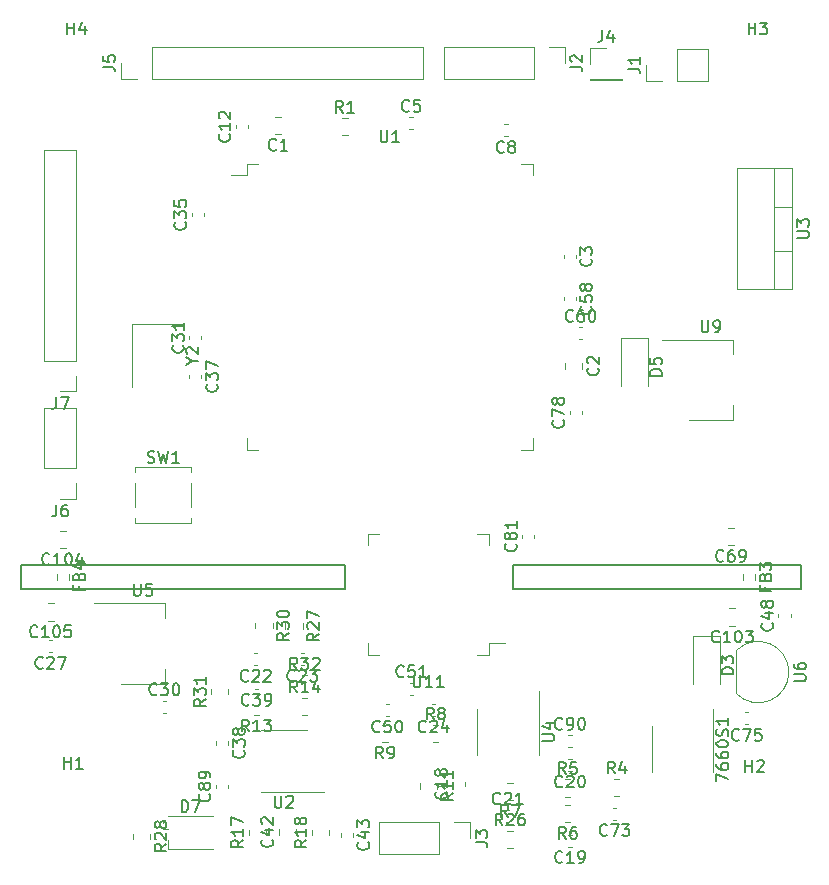
<source format=gbr>
%TF.GenerationSoftware,KiCad,Pcbnew,7.0.2*%
%TF.CreationDate,2023-11-01T23:53:07+01:00*%
%TF.ProjectId,stm_audio_board_V2,73746d5f-6175-4646-996f-5f626f617264,rev?*%
%TF.SameCoordinates,Original*%
%TF.FileFunction,Legend,Top*%
%TF.FilePolarity,Positive*%
%FSLAX46Y46*%
G04 Gerber Fmt 4.6, Leading zero omitted, Abs format (unit mm)*
G04 Created by KiCad (PCBNEW 7.0.2) date 2023-11-01 23:53:07*
%MOMM*%
%LPD*%
G01*
G04 APERTURE LIST*
%ADD10C,0.150000*%
%ADD11C,0.120000*%
G04 APERTURE END LIST*
D10*
X210312000Y-91440000D02*
X210312000Y-93472000D01*
X182880000Y-91440000D02*
X210312000Y-91440000D01*
X224536000Y-93472000D02*
X248920000Y-93472000D01*
X248920000Y-91440000D02*
X224536000Y-91440000D01*
X224536000Y-91440000D02*
X224536000Y-93472000D01*
X210312000Y-93472000D02*
X182880000Y-93472000D01*
X248920000Y-93472000D02*
X248920000Y-91440000D01*
X182880000Y-93472000D02*
X182880000Y-91440000D01*
%TO.C,Y2*%
X197428928Y-74210190D02*
X197905119Y-74210190D01*
X196905119Y-74543523D02*
X197428928Y-74210190D01*
X197428928Y-74210190D02*
X196905119Y-73876857D01*
X197000357Y-73591142D02*
X196952738Y-73543523D01*
X196952738Y-73543523D02*
X196905119Y-73448285D01*
X196905119Y-73448285D02*
X196905119Y-73210190D01*
X196905119Y-73210190D02*
X196952738Y-73114952D01*
X196952738Y-73114952D02*
X197000357Y-73067333D01*
X197000357Y-73067333D02*
X197095595Y-73019714D01*
X197095595Y-73019714D02*
X197190833Y-73019714D01*
X197190833Y-73019714D02*
X197333690Y-73067333D01*
X197333690Y-73067333D02*
X197905119Y-73638761D01*
X197905119Y-73638761D02*
X197905119Y-73019714D01*
%TO.C,C39*%
X202208988Y-103284380D02*
X202161369Y-103332000D01*
X202161369Y-103332000D02*
X202018512Y-103379619D01*
X202018512Y-103379619D02*
X201923274Y-103379619D01*
X201923274Y-103379619D02*
X201780417Y-103332000D01*
X201780417Y-103332000D02*
X201685179Y-103236761D01*
X201685179Y-103236761D02*
X201637560Y-103141523D01*
X201637560Y-103141523D02*
X201589941Y-102951047D01*
X201589941Y-102951047D02*
X201589941Y-102808190D01*
X201589941Y-102808190D02*
X201637560Y-102617714D01*
X201637560Y-102617714D02*
X201685179Y-102522476D01*
X201685179Y-102522476D02*
X201780417Y-102427238D01*
X201780417Y-102427238D02*
X201923274Y-102379619D01*
X201923274Y-102379619D02*
X202018512Y-102379619D01*
X202018512Y-102379619D02*
X202161369Y-102427238D01*
X202161369Y-102427238D02*
X202208988Y-102474857D01*
X202542322Y-102379619D02*
X203161369Y-102379619D01*
X203161369Y-102379619D02*
X202828036Y-102760571D01*
X202828036Y-102760571D02*
X202970893Y-102760571D01*
X202970893Y-102760571D02*
X203066131Y-102808190D01*
X203066131Y-102808190D02*
X203113750Y-102855809D01*
X203113750Y-102855809D02*
X203161369Y-102951047D01*
X203161369Y-102951047D02*
X203161369Y-103189142D01*
X203161369Y-103189142D02*
X203113750Y-103284380D01*
X203113750Y-103284380D02*
X203066131Y-103332000D01*
X203066131Y-103332000D02*
X202970893Y-103379619D01*
X202970893Y-103379619D02*
X202685179Y-103379619D01*
X202685179Y-103379619D02*
X202589941Y-103332000D01*
X202589941Y-103332000D02*
X202542322Y-103284380D01*
X203637560Y-103379619D02*
X203828036Y-103379619D01*
X203828036Y-103379619D02*
X203923274Y-103332000D01*
X203923274Y-103332000D02*
X203970893Y-103284380D01*
X203970893Y-103284380D02*
X204066131Y-103141523D01*
X204066131Y-103141523D02*
X204113750Y-102951047D01*
X204113750Y-102951047D02*
X204113750Y-102570095D01*
X204113750Y-102570095D02*
X204066131Y-102474857D01*
X204066131Y-102474857D02*
X204018512Y-102427238D01*
X204018512Y-102427238D02*
X203923274Y-102379619D01*
X203923274Y-102379619D02*
X203732798Y-102379619D01*
X203732798Y-102379619D02*
X203637560Y-102427238D01*
X203637560Y-102427238D02*
X203589941Y-102474857D01*
X203589941Y-102474857D02*
X203542322Y-102570095D01*
X203542322Y-102570095D02*
X203542322Y-102808190D01*
X203542322Y-102808190D02*
X203589941Y-102903428D01*
X203589941Y-102903428D02*
X203637560Y-102951047D01*
X203637560Y-102951047D02*
X203732798Y-102998666D01*
X203732798Y-102998666D02*
X203923274Y-102998666D01*
X203923274Y-102998666D02*
X204018512Y-102951047D01*
X204018512Y-102951047D02*
X204066131Y-102903428D01*
X204066131Y-102903428D02*
X204113750Y-102808190D01*
%TO.C,C8*%
X223790333Y-56484380D02*
X223742714Y-56532000D01*
X223742714Y-56532000D02*
X223599857Y-56579619D01*
X223599857Y-56579619D02*
X223504619Y-56579619D01*
X223504619Y-56579619D02*
X223361762Y-56532000D01*
X223361762Y-56532000D02*
X223266524Y-56436761D01*
X223266524Y-56436761D02*
X223218905Y-56341523D01*
X223218905Y-56341523D02*
X223171286Y-56151047D01*
X223171286Y-56151047D02*
X223171286Y-56008190D01*
X223171286Y-56008190D02*
X223218905Y-55817714D01*
X223218905Y-55817714D02*
X223266524Y-55722476D01*
X223266524Y-55722476D02*
X223361762Y-55627238D01*
X223361762Y-55627238D02*
X223504619Y-55579619D01*
X223504619Y-55579619D02*
X223599857Y-55579619D01*
X223599857Y-55579619D02*
X223742714Y-55627238D01*
X223742714Y-55627238D02*
X223790333Y-55674857D01*
X224361762Y-56008190D02*
X224266524Y-55960571D01*
X224266524Y-55960571D02*
X224218905Y-55912952D01*
X224218905Y-55912952D02*
X224171286Y-55817714D01*
X224171286Y-55817714D02*
X224171286Y-55770095D01*
X224171286Y-55770095D02*
X224218905Y-55674857D01*
X224218905Y-55674857D02*
X224266524Y-55627238D01*
X224266524Y-55627238D02*
X224361762Y-55579619D01*
X224361762Y-55579619D02*
X224552238Y-55579619D01*
X224552238Y-55579619D02*
X224647476Y-55627238D01*
X224647476Y-55627238D02*
X224695095Y-55674857D01*
X224695095Y-55674857D02*
X224742714Y-55770095D01*
X224742714Y-55770095D02*
X224742714Y-55817714D01*
X224742714Y-55817714D02*
X224695095Y-55912952D01*
X224695095Y-55912952D02*
X224647476Y-55960571D01*
X224647476Y-55960571D02*
X224552238Y-56008190D01*
X224552238Y-56008190D02*
X224361762Y-56008190D01*
X224361762Y-56008190D02*
X224266524Y-56055809D01*
X224266524Y-56055809D02*
X224218905Y-56103428D01*
X224218905Y-56103428D02*
X224171286Y-56198666D01*
X224171286Y-56198666D02*
X224171286Y-56389142D01*
X224171286Y-56389142D02*
X224218905Y-56484380D01*
X224218905Y-56484380D02*
X224266524Y-56532000D01*
X224266524Y-56532000D02*
X224361762Y-56579619D01*
X224361762Y-56579619D02*
X224552238Y-56579619D01*
X224552238Y-56579619D02*
X224647476Y-56532000D01*
X224647476Y-56532000D02*
X224695095Y-56484380D01*
X224695095Y-56484380D02*
X224742714Y-56389142D01*
X224742714Y-56389142D02*
X224742714Y-56198666D01*
X224742714Y-56198666D02*
X224695095Y-56103428D01*
X224695095Y-56103428D02*
X224647476Y-56055809D01*
X224647476Y-56055809D02*
X224552238Y-56008190D01*
%TO.C,R14*%
X206288142Y-102269619D02*
X205954809Y-101793428D01*
X205716714Y-102269619D02*
X205716714Y-101269619D01*
X205716714Y-101269619D02*
X206097666Y-101269619D01*
X206097666Y-101269619D02*
X206192904Y-101317238D01*
X206192904Y-101317238D02*
X206240523Y-101364857D01*
X206240523Y-101364857D02*
X206288142Y-101460095D01*
X206288142Y-101460095D02*
X206288142Y-101602952D01*
X206288142Y-101602952D02*
X206240523Y-101698190D01*
X206240523Y-101698190D02*
X206192904Y-101745809D01*
X206192904Y-101745809D02*
X206097666Y-101793428D01*
X206097666Y-101793428D02*
X205716714Y-101793428D01*
X207240523Y-102269619D02*
X206669095Y-102269619D01*
X206954809Y-102269619D02*
X206954809Y-101269619D01*
X206954809Y-101269619D02*
X206859571Y-101412476D01*
X206859571Y-101412476D02*
X206764333Y-101507714D01*
X206764333Y-101507714D02*
X206669095Y-101555333D01*
X208097666Y-101602952D02*
X208097666Y-102269619D01*
X207859571Y-101222000D02*
X207621476Y-101936285D01*
X207621476Y-101936285D02*
X208240523Y-101936285D01*
%TO.C,C18*%
X218890380Y-110665857D02*
X218938000Y-110713476D01*
X218938000Y-110713476D02*
X218985619Y-110856333D01*
X218985619Y-110856333D02*
X218985619Y-110951571D01*
X218985619Y-110951571D02*
X218938000Y-111094428D01*
X218938000Y-111094428D02*
X218842761Y-111189666D01*
X218842761Y-111189666D02*
X218747523Y-111237285D01*
X218747523Y-111237285D02*
X218557047Y-111284904D01*
X218557047Y-111284904D02*
X218414190Y-111284904D01*
X218414190Y-111284904D02*
X218223714Y-111237285D01*
X218223714Y-111237285D02*
X218128476Y-111189666D01*
X218128476Y-111189666D02*
X218033238Y-111094428D01*
X218033238Y-111094428D02*
X217985619Y-110951571D01*
X217985619Y-110951571D02*
X217985619Y-110856333D01*
X217985619Y-110856333D02*
X218033238Y-110713476D01*
X218033238Y-110713476D02*
X218080857Y-110665857D01*
X218985619Y-109713476D02*
X218985619Y-110284904D01*
X218985619Y-109999190D02*
X217985619Y-109999190D01*
X217985619Y-109999190D02*
X218128476Y-110094428D01*
X218128476Y-110094428D02*
X218223714Y-110189666D01*
X218223714Y-110189666D02*
X218271333Y-110284904D01*
X218414190Y-109142047D02*
X218366571Y-109237285D01*
X218366571Y-109237285D02*
X218318952Y-109284904D01*
X218318952Y-109284904D02*
X218223714Y-109332523D01*
X218223714Y-109332523D02*
X218176095Y-109332523D01*
X218176095Y-109332523D02*
X218080857Y-109284904D01*
X218080857Y-109284904D02*
X218033238Y-109237285D01*
X218033238Y-109237285D02*
X217985619Y-109142047D01*
X217985619Y-109142047D02*
X217985619Y-108951571D01*
X217985619Y-108951571D02*
X218033238Y-108856333D01*
X218033238Y-108856333D02*
X218080857Y-108808714D01*
X218080857Y-108808714D02*
X218176095Y-108761095D01*
X218176095Y-108761095D02*
X218223714Y-108761095D01*
X218223714Y-108761095D02*
X218318952Y-108808714D01*
X218318952Y-108808714D02*
X218366571Y-108856333D01*
X218366571Y-108856333D02*
X218414190Y-108951571D01*
X218414190Y-108951571D02*
X218414190Y-109142047D01*
X218414190Y-109142047D02*
X218461809Y-109237285D01*
X218461809Y-109237285D02*
X218509428Y-109284904D01*
X218509428Y-109284904D02*
X218604666Y-109332523D01*
X218604666Y-109332523D02*
X218795142Y-109332523D01*
X218795142Y-109332523D02*
X218890380Y-109284904D01*
X218890380Y-109284904D02*
X218938000Y-109237285D01*
X218938000Y-109237285D02*
X218985619Y-109142047D01*
X218985619Y-109142047D02*
X218985619Y-108951571D01*
X218985619Y-108951571D02*
X218938000Y-108856333D01*
X218938000Y-108856333D02*
X218890380Y-108808714D01*
X218890380Y-108808714D02*
X218795142Y-108761095D01*
X218795142Y-108761095D02*
X218604666Y-108761095D01*
X218604666Y-108761095D02*
X218509428Y-108808714D01*
X218509428Y-108808714D02*
X218461809Y-108856333D01*
X218461809Y-108856333D02*
X218414190Y-108951571D01*
%TO.C,C38*%
X201756948Y-107181857D02*
X201804568Y-107229476D01*
X201804568Y-107229476D02*
X201852187Y-107372333D01*
X201852187Y-107372333D02*
X201852187Y-107467571D01*
X201852187Y-107467571D02*
X201804568Y-107610428D01*
X201804568Y-107610428D02*
X201709329Y-107705666D01*
X201709329Y-107705666D02*
X201614091Y-107753285D01*
X201614091Y-107753285D02*
X201423615Y-107800904D01*
X201423615Y-107800904D02*
X201280758Y-107800904D01*
X201280758Y-107800904D02*
X201090282Y-107753285D01*
X201090282Y-107753285D02*
X200995044Y-107705666D01*
X200995044Y-107705666D02*
X200899806Y-107610428D01*
X200899806Y-107610428D02*
X200852187Y-107467571D01*
X200852187Y-107467571D02*
X200852187Y-107372333D01*
X200852187Y-107372333D02*
X200899806Y-107229476D01*
X200899806Y-107229476D02*
X200947425Y-107181857D01*
X200852187Y-106848523D02*
X200852187Y-106229476D01*
X200852187Y-106229476D02*
X201233139Y-106562809D01*
X201233139Y-106562809D02*
X201233139Y-106419952D01*
X201233139Y-106419952D02*
X201280758Y-106324714D01*
X201280758Y-106324714D02*
X201328377Y-106277095D01*
X201328377Y-106277095D02*
X201423615Y-106229476D01*
X201423615Y-106229476D02*
X201661710Y-106229476D01*
X201661710Y-106229476D02*
X201756948Y-106277095D01*
X201756948Y-106277095D02*
X201804568Y-106324714D01*
X201804568Y-106324714D02*
X201852187Y-106419952D01*
X201852187Y-106419952D02*
X201852187Y-106705666D01*
X201852187Y-106705666D02*
X201804568Y-106800904D01*
X201804568Y-106800904D02*
X201756948Y-106848523D01*
X201280758Y-105658047D02*
X201233139Y-105753285D01*
X201233139Y-105753285D02*
X201185520Y-105800904D01*
X201185520Y-105800904D02*
X201090282Y-105848523D01*
X201090282Y-105848523D02*
X201042663Y-105848523D01*
X201042663Y-105848523D02*
X200947425Y-105800904D01*
X200947425Y-105800904D02*
X200899806Y-105753285D01*
X200899806Y-105753285D02*
X200852187Y-105658047D01*
X200852187Y-105658047D02*
X200852187Y-105467571D01*
X200852187Y-105467571D02*
X200899806Y-105372333D01*
X200899806Y-105372333D02*
X200947425Y-105324714D01*
X200947425Y-105324714D02*
X201042663Y-105277095D01*
X201042663Y-105277095D02*
X201090282Y-105277095D01*
X201090282Y-105277095D02*
X201185520Y-105324714D01*
X201185520Y-105324714D02*
X201233139Y-105372333D01*
X201233139Y-105372333D02*
X201280758Y-105467571D01*
X201280758Y-105467571D02*
X201280758Y-105658047D01*
X201280758Y-105658047D02*
X201328377Y-105753285D01*
X201328377Y-105753285D02*
X201375996Y-105800904D01*
X201375996Y-105800904D02*
X201471234Y-105848523D01*
X201471234Y-105848523D02*
X201661710Y-105848523D01*
X201661710Y-105848523D02*
X201756948Y-105800904D01*
X201756948Y-105800904D02*
X201804568Y-105753285D01*
X201804568Y-105753285D02*
X201852187Y-105658047D01*
X201852187Y-105658047D02*
X201852187Y-105467571D01*
X201852187Y-105467571D02*
X201804568Y-105372333D01*
X201804568Y-105372333D02*
X201756948Y-105324714D01*
X201756948Y-105324714D02*
X201661710Y-105277095D01*
X201661710Y-105277095D02*
X201471234Y-105277095D01*
X201471234Y-105277095D02*
X201375996Y-105324714D01*
X201375996Y-105324714D02*
X201328377Y-105372333D01*
X201328377Y-105372333D02*
X201280758Y-105467571D01*
%TO.C,H2*%
X244241095Y-108995619D02*
X244241095Y-107995619D01*
X244241095Y-108471809D02*
X244812523Y-108471809D01*
X244812523Y-108995619D02*
X244812523Y-107995619D01*
X245241095Y-108090857D02*
X245288714Y-108043238D01*
X245288714Y-108043238D02*
X245383952Y-107995619D01*
X245383952Y-107995619D02*
X245622047Y-107995619D01*
X245622047Y-107995619D02*
X245717285Y-108043238D01*
X245717285Y-108043238D02*
X245764904Y-108090857D01*
X245764904Y-108090857D02*
X245812523Y-108186095D01*
X245812523Y-108186095D02*
X245812523Y-108281333D01*
X245812523Y-108281333D02*
X245764904Y-108424190D01*
X245764904Y-108424190D02*
X245193476Y-108995619D01*
X245193476Y-108995619D02*
X245812523Y-108995619D01*
%TO.C,C35*%
X196796380Y-62467857D02*
X196844000Y-62515476D01*
X196844000Y-62515476D02*
X196891619Y-62658333D01*
X196891619Y-62658333D02*
X196891619Y-62753571D01*
X196891619Y-62753571D02*
X196844000Y-62896428D01*
X196844000Y-62896428D02*
X196748761Y-62991666D01*
X196748761Y-62991666D02*
X196653523Y-63039285D01*
X196653523Y-63039285D02*
X196463047Y-63086904D01*
X196463047Y-63086904D02*
X196320190Y-63086904D01*
X196320190Y-63086904D02*
X196129714Y-63039285D01*
X196129714Y-63039285D02*
X196034476Y-62991666D01*
X196034476Y-62991666D02*
X195939238Y-62896428D01*
X195939238Y-62896428D02*
X195891619Y-62753571D01*
X195891619Y-62753571D02*
X195891619Y-62658333D01*
X195891619Y-62658333D02*
X195939238Y-62515476D01*
X195939238Y-62515476D02*
X195986857Y-62467857D01*
X195891619Y-62134523D02*
X195891619Y-61515476D01*
X195891619Y-61515476D02*
X196272571Y-61848809D01*
X196272571Y-61848809D02*
X196272571Y-61705952D01*
X196272571Y-61705952D02*
X196320190Y-61610714D01*
X196320190Y-61610714D02*
X196367809Y-61563095D01*
X196367809Y-61563095D02*
X196463047Y-61515476D01*
X196463047Y-61515476D02*
X196701142Y-61515476D01*
X196701142Y-61515476D02*
X196796380Y-61563095D01*
X196796380Y-61563095D02*
X196844000Y-61610714D01*
X196844000Y-61610714D02*
X196891619Y-61705952D01*
X196891619Y-61705952D02*
X196891619Y-61991666D01*
X196891619Y-61991666D02*
X196844000Y-62086904D01*
X196844000Y-62086904D02*
X196796380Y-62134523D01*
X195891619Y-60610714D02*
X195891619Y-61086904D01*
X195891619Y-61086904D02*
X196367809Y-61134523D01*
X196367809Y-61134523D02*
X196320190Y-61086904D01*
X196320190Y-61086904D02*
X196272571Y-60991666D01*
X196272571Y-60991666D02*
X196272571Y-60753571D01*
X196272571Y-60753571D02*
X196320190Y-60658333D01*
X196320190Y-60658333D02*
X196367809Y-60610714D01*
X196367809Y-60610714D02*
X196463047Y-60563095D01*
X196463047Y-60563095D02*
X196701142Y-60563095D01*
X196701142Y-60563095D02*
X196796380Y-60610714D01*
X196796380Y-60610714D02*
X196844000Y-60658333D01*
X196844000Y-60658333D02*
X196891619Y-60753571D01*
X196891619Y-60753571D02*
X196891619Y-60991666D01*
X196891619Y-60991666D02*
X196844000Y-61086904D01*
X196844000Y-61086904D02*
X196796380Y-61134523D01*
%TO.C,C43*%
X212292380Y-114967857D02*
X212340000Y-115015476D01*
X212340000Y-115015476D02*
X212387619Y-115158333D01*
X212387619Y-115158333D02*
X212387619Y-115253571D01*
X212387619Y-115253571D02*
X212340000Y-115396428D01*
X212340000Y-115396428D02*
X212244761Y-115491666D01*
X212244761Y-115491666D02*
X212149523Y-115539285D01*
X212149523Y-115539285D02*
X211959047Y-115586904D01*
X211959047Y-115586904D02*
X211816190Y-115586904D01*
X211816190Y-115586904D02*
X211625714Y-115539285D01*
X211625714Y-115539285D02*
X211530476Y-115491666D01*
X211530476Y-115491666D02*
X211435238Y-115396428D01*
X211435238Y-115396428D02*
X211387619Y-115253571D01*
X211387619Y-115253571D02*
X211387619Y-115158333D01*
X211387619Y-115158333D02*
X211435238Y-115015476D01*
X211435238Y-115015476D02*
X211482857Y-114967857D01*
X211720952Y-114110714D02*
X212387619Y-114110714D01*
X211340000Y-114348809D02*
X212054285Y-114586904D01*
X212054285Y-114586904D02*
X212054285Y-113967857D01*
X211387619Y-113682142D02*
X211387619Y-113063095D01*
X211387619Y-113063095D02*
X211768571Y-113396428D01*
X211768571Y-113396428D02*
X211768571Y-113253571D01*
X211768571Y-113253571D02*
X211816190Y-113158333D01*
X211816190Y-113158333D02*
X211863809Y-113110714D01*
X211863809Y-113110714D02*
X211959047Y-113063095D01*
X211959047Y-113063095D02*
X212197142Y-113063095D01*
X212197142Y-113063095D02*
X212292380Y-113110714D01*
X212292380Y-113110714D02*
X212340000Y-113158333D01*
X212340000Y-113158333D02*
X212387619Y-113253571D01*
X212387619Y-113253571D02*
X212387619Y-113539285D01*
X212387619Y-113539285D02*
X212340000Y-113634523D01*
X212340000Y-113634523D02*
X212292380Y-113682142D01*
%TO.C,U3*%
X248609619Y-63772904D02*
X249419142Y-63772904D01*
X249419142Y-63772904D02*
X249514380Y-63725285D01*
X249514380Y-63725285D02*
X249562000Y-63677666D01*
X249562000Y-63677666D02*
X249609619Y-63582428D01*
X249609619Y-63582428D02*
X249609619Y-63391952D01*
X249609619Y-63391952D02*
X249562000Y-63296714D01*
X249562000Y-63296714D02*
X249514380Y-63249095D01*
X249514380Y-63249095D02*
X249419142Y-63201476D01*
X249419142Y-63201476D02*
X248609619Y-63201476D01*
X248609619Y-62820523D02*
X248609619Y-62201476D01*
X248609619Y-62201476D02*
X248990571Y-62534809D01*
X248990571Y-62534809D02*
X248990571Y-62391952D01*
X248990571Y-62391952D02*
X249038190Y-62296714D01*
X249038190Y-62296714D02*
X249085809Y-62249095D01*
X249085809Y-62249095D02*
X249181047Y-62201476D01*
X249181047Y-62201476D02*
X249419142Y-62201476D01*
X249419142Y-62201476D02*
X249514380Y-62249095D01*
X249514380Y-62249095D02*
X249562000Y-62296714D01*
X249562000Y-62296714D02*
X249609619Y-62391952D01*
X249609619Y-62391952D02*
X249609619Y-62677666D01*
X249609619Y-62677666D02*
X249562000Y-62772904D01*
X249562000Y-62772904D02*
X249514380Y-62820523D01*
%TO.C,C20*%
X228742142Y-110218380D02*
X228694523Y-110266000D01*
X228694523Y-110266000D02*
X228551666Y-110313619D01*
X228551666Y-110313619D02*
X228456428Y-110313619D01*
X228456428Y-110313619D02*
X228313571Y-110266000D01*
X228313571Y-110266000D02*
X228218333Y-110170761D01*
X228218333Y-110170761D02*
X228170714Y-110075523D01*
X228170714Y-110075523D02*
X228123095Y-109885047D01*
X228123095Y-109885047D02*
X228123095Y-109742190D01*
X228123095Y-109742190D02*
X228170714Y-109551714D01*
X228170714Y-109551714D02*
X228218333Y-109456476D01*
X228218333Y-109456476D02*
X228313571Y-109361238D01*
X228313571Y-109361238D02*
X228456428Y-109313619D01*
X228456428Y-109313619D02*
X228551666Y-109313619D01*
X228551666Y-109313619D02*
X228694523Y-109361238D01*
X228694523Y-109361238D02*
X228742142Y-109408857D01*
X229123095Y-109408857D02*
X229170714Y-109361238D01*
X229170714Y-109361238D02*
X229265952Y-109313619D01*
X229265952Y-109313619D02*
X229504047Y-109313619D01*
X229504047Y-109313619D02*
X229599285Y-109361238D01*
X229599285Y-109361238D02*
X229646904Y-109408857D01*
X229646904Y-109408857D02*
X229694523Y-109504095D01*
X229694523Y-109504095D02*
X229694523Y-109599333D01*
X229694523Y-109599333D02*
X229646904Y-109742190D01*
X229646904Y-109742190D02*
X229075476Y-110313619D01*
X229075476Y-110313619D02*
X229694523Y-110313619D01*
X230313571Y-109313619D02*
X230408809Y-109313619D01*
X230408809Y-109313619D02*
X230504047Y-109361238D01*
X230504047Y-109361238D02*
X230551666Y-109408857D01*
X230551666Y-109408857D02*
X230599285Y-109504095D01*
X230599285Y-109504095D02*
X230646904Y-109694571D01*
X230646904Y-109694571D02*
X230646904Y-109932666D01*
X230646904Y-109932666D02*
X230599285Y-110123142D01*
X230599285Y-110123142D02*
X230551666Y-110218380D01*
X230551666Y-110218380D02*
X230504047Y-110266000D01*
X230504047Y-110266000D02*
X230408809Y-110313619D01*
X230408809Y-110313619D02*
X230313571Y-110313619D01*
X230313571Y-110313619D02*
X230218333Y-110266000D01*
X230218333Y-110266000D02*
X230170714Y-110218380D01*
X230170714Y-110218380D02*
X230123095Y-110123142D01*
X230123095Y-110123142D02*
X230075476Y-109932666D01*
X230075476Y-109932666D02*
X230075476Y-109694571D01*
X230075476Y-109694571D02*
X230123095Y-109504095D01*
X230123095Y-109504095D02*
X230170714Y-109408857D01*
X230170714Y-109408857D02*
X230218333Y-109361238D01*
X230218333Y-109361238D02*
X230313571Y-109313619D01*
%TO.C,C69*%
X242378142Y-91104380D02*
X242330523Y-91152000D01*
X242330523Y-91152000D02*
X242187666Y-91199619D01*
X242187666Y-91199619D02*
X242092428Y-91199619D01*
X242092428Y-91199619D02*
X241949571Y-91152000D01*
X241949571Y-91152000D02*
X241854333Y-91056761D01*
X241854333Y-91056761D02*
X241806714Y-90961523D01*
X241806714Y-90961523D02*
X241759095Y-90771047D01*
X241759095Y-90771047D02*
X241759095Y-90628190D01*
X241759095Y-90628190D02*
X241806714Y-90437714D01*
X241806714Y-90437714D02*
X241854333Y-90342476D01*
X241854333Y-90342476D02*
X241949571Y-90247238D01*
X241949571Y-90247238D02*
X242092428Y-90199619D01*
X242092428Y-90199619D02*
X242187666Y-90199619D01*
X242187666Y-90199619D02*
X242330523Y-90247238D01*
X242330523Y-90247238D02*
X242378142Y-90294857D01*
X243235285Y-90199619D02*
X243044809Y-90199619D01*
X243044809Y-90199619D02*
X242949571Y-90247238D01*
X242949571Y-90247238D02*
X242901952Y-90294857D01*
X242901952Y-90294857D02*
X242806714Y-90437714D01*
X242806714Y-90437714D02*
X242759095Y-90628190D01*
X242759095Y-90628190D02*
X242759095Y-91009142D01*
X242759095Y-91009142D02*
X242806714Y-91104380D01*
X242806714Y-91104380D02*
X242854333Y-91152000D01*
X242854333Y-91152000D02*
X242949571Y-91199619D01*
X242949571Y-91199619D02*
X243140047Y-91199619D01*
X243140047Y-91199619D02*
X243235285Y-91152000D01*
X243235285Y-91152000D02*
X243282904Y-91104380D01*
X243282904Y-91104380D02*
X243330523Y-91009142D01*
X243330523Y-91009142D02*
X243330523Y-90771047D01*
X243330523Y-90771047D02*
X243282904Y-90675809D01*
X243282904Y-90675809D02*
X243235285Y-90628190D01*
X243235285Y-90628190D02*
X243140047Y-90580571D01*
X243140047Y-90580571D02*
X242949571Y-90580571D01*
X242949571Y-90580571D02*
X242854333Y-90628190D01*
X242854333Y-90628190D02*
X242806714Y-90675809D01*
X242806714Y-90675809D02*
X242759095Y-90771047D01*
X243806714Y-91199619D02*
X243997190Y-91199619D01*
X243997190Y-91199619D02*
X244092428Y-91152000D01*
X244092428Y-91152000D02*
X244140047Y-91104380D01*
X244140047Y-91104380D02*
X244235285Y-90961523D01*
X244235285Y-90961523D02*
X244282904Y-90771047D01*
X244282904Y-90771047D02*
X244282904Y-90390095D01*
X244282904Y-90390095D02*
X244235285Y-90294857D01*
X244235285Y-90294857D02*
X244187666Y-90247238D01*
X244187666Y-90247238D02*
X244092428Y-90199619D01*
X244092428Y-90199619D02*
X243901952Y-90199619D01*
X243901952Y-90199619D02*
X243806714Y-90247238D01*
X243806714Y-90247238D02*
X243759095Y-90294857D01*
X243759095Y-90294857D02*
X243711476Y-90390095D01*
X243711476Y-90390095D02*
X243711476Y-90628190D01*
X243711476Y-90628190D02*
X243759095Y-90723428D01*
X243759095Y-90723428D02*
X243806714Y-90771047D01*
X243806714Y-90771047D02*
X243901952Y-90818666D01*
X243901952Y-90818666D02*
X244092428Y-90818666D01*
X244092428Y-90818666D02*
X244187666Y-90771047D01*
X244187666Y-90771047D02*
X244235285Y-90723428D01*
X244235285Y-90723428D02*
X244282904Y-90628190D01*
%TO.C,C23*%
X206088142Y-101252380D02*
X206040523Y-101300000D01*
X206040523Y-101300000D02*
X205897666Y-101347619D01*
X205897666Y-101347619D02*
X205802428Y-101347619D01*
X205802428Y-101347619D02*
X205659571Y-101300000D01*
X205659571Y-101300000D02*
X205564333Y-101204761D01*
X205564333Y-101204761D02*
X205516714Y-101109523D01*
X205516714Y-101109523D02*
X205469095Y-100919047D01*
X205469095Y-100919047D02*
X205469095Y-100776190D01*
X205469095Y-100776190D02*
X205516714Y-100585714D01*
X205516714Y-100585714D02*
X205564333Y-100490476D01*
X205564333Y-100490476D02*
X205659571Y-100395238D01*
X205659571Y-100395238D02*
X205802428Y-100347619D01*
X205802428Y-100347619D02*
X205897666Y-100347619D01*
X205897666Y-100347619D02*
X206040523Y-100395238D01*
X206040523Y-100395238D02*
X206088142Y-100442857D01*
X206469095Y-100442857D02*
X206516714Y-100395238D01*
X206516714Y-100395238D02*
X206611952Y-100347619D01*
X206611952Y-100347619D02*
X206850047Y-100347619D01*
X206850047Y-100347619D02*
X206945285Y-100395238D01*
X206945285Y-100395238D02*
X206992904Y-100442857D01*
X206992904Y-100442857D02*
X207040523Y-100538095D01*
X207040523Y-100538095D02*
X207040523Y-100633333D01*
X207040523Y-100633333D02*
X206992904Y-100776190D01*
X206992904Y-100776190D02*
X206421476Y-101347619D01*
X206421476Y-101347619D02*
X207040523Y-101347619D01*
X207373857Y-100347619D02*
X207992904Y-100347619D01*
X207992904Y-100347619D02*
X207659571Y-100728571D01*
X207659571Y-100728571D02*
X207802428Y-100728571D01*
X207802428Y-100728571D02*
X207897666Y-100776190D01*
X207897666Y-100776190D02*
X207945285Y-100823809D01*
X207945285Y-100823809D02*
X207992904Y-100919047D01*
X207992904Y-100919047D02*
X207992904Y-101157142D01*
X207992904Y-101157142D02*
X207945285Y-101252380D01*
X207945285Y-101252380D02*
X207897666Y-101300000D01*
X207897666Y-101300000D02*
X207802428Y-101347619D01*
X207802428Y-101347619D02*
X207516714Y-101347619D01*
X207516714Y-101347619D02*
X207421476Y-101300000D01*
X207421476Y-101300000D02*
X207373857Y-101252380D01*
%TO.C,R4*%
X233186333Y-109125619D02*
X232853000Y-108649428D01*
X232614905Y-109125619D02*
X232614905Y-108125619D01*
X232614905Y-108125619D02*
X232995857Y-108125619D01*
X232995857Y-108125619D02*
X233091095Y-108173238D01*
X233091095Y-108173238D02*
X233138714Y-108220857D01*
X233138714Y-108220857D02*
X233186333Y-108316095D01*
X233186333Y-108316095D02*
X233186333Y-108458952D01*
X233186333Y-108458952D02*
X233138714Y-108554190D01*
X233138714Y-108554190D02*
X233091095Y-108601809D01*
X233091095Y-108601809D02*
X232995857Y-108649428D01*
X232995857Y-108649428D02*
X232614905Y-108649428D01*
X234043476Y-108458952D02*
X234043476Y-109125619D01*
X233805381Y-108078000D02*
X233567286Y-108792285D01*
X233567286Y-108792285D02*
X234186333Y-108792285D01*
%TO.C,U6*%
X248347619Y-101306904D02*
X249157142Y-101306904D01*
X249157142Y-101306904D02*
X249252380Y-101259285D01*
X249252380Y-101259285D02*
X249300000Y-101211666D01*
X249300000Y-101211666D02*
X249347619Y-101116428D01*
X249347619Y-101116428D02*
X249347619Y-100925952D01*
X249347619Y-100925952D02*
X249300000Y-100830714D01*
X249300000Y-100830714D02*
X249252380Y-100783095D01*
X249252380Y-100783095D02*
X249157142Y-100735476D01*
X249157142Y-100735476D02*
X248347619Y-100735476D01*
X248347619Y-99830714D02*
X248347619Y-100021190D01*
X248347619Y-100021190D02*
X248395238Y-100116428D01*
X248395238Y-100116428D02*
X248442857Y-100164047D01*
X248442857Y-100164047D02*
X248585714Y-100259285D01*
X248585714Y-100259285D02*
X248776190Y-100306904D01*
X248776190Y-100306904D02*
X249157142Y-100306904D01*
X249157142Y-100306904D02*
X249252380Y-100259285D01*
X249252380Y-100259285D02*
X249300000Y-100211666D01*
X249300000Y-100211666D02*
X249347619Y-100116428D01*
X249347619Y-100116428D02*
X249347619Y-99925952D01*
X249347619Y-99925952D02*
X249300000Y-99830714D01*
X249300000Y-99830714D02*
X249252380Y-99783095D01*
X249252380Y-99783095D02*
X249157142Y-99735476D01*
X249157142Y-99735476D02*
X248919047Y-99735476D01*
X248919047Y-99735476D02*
X248823809Y-99783095D01*
X248823809Y-99783095D02*
X248776190Y-99830714D01*
X248776190Y-99830714D02*
X248728571Y-99925952D01*
X248728571Y-99925952D02*
X248728571Y-100116428D01*
X248728571Y-100116428D02*
X248776190Y-100211666D01*
X248776190Y-100211666D02*
X248823809Y-100259285D01*
X248823809Y-100259285D02*
X248919047Y-100306904D01*
%TO.C,C81*%
X224780380Y-89693857D02*
X224828000Y-89741476D01*
X224828000Y-89741476D02*
X224875619Y-89884333D01*
X224875619Y-89884333D02*
X224875619Y-89979571D01*
X224875619Y-89979571D02*
X224828000Y-90122428D01*
X224828000Y-90122428D02*
X224732761Y-90217666D01*
X224732761Y-90217666D02*
X224637523Y-90265285D01*
X224637523Y-90265285D02*
X224447047Y-90312904D01*
X224447047Y-90312904D02*
X224304190Y-90312904D01*
X224304190Y-90312904D02*
X224113714Y-90265285D01*
X224113714Y-90265285D02*
X224018476Y-90217666D01*
X224018476Y-90217666D02*
X223923238Y-90122428D01*
X223923238Y-90122428D02*
X223875619Y-89979571D01*
X223875619Y-89979571D02*
X223875619Y-89884333D01*
X223875619Y-89884333D02*
X223923238Y-89741476D01*
X223923238Y-89741476D02*
X223970857Y-89693857D01*
X224304190Y-89122428D02*
X224256571Y-89217666D01*
X224256571Y-89217666D02*
X224208952Y-89265285D01*
X224208952Y-89265285D02*
X224113714Y-89312904D01*
X224113714Y-89312904D02*
X224066095Y-89312904D01*
X224066095Y-89312904D02*
X223970857Y-89265285D01*
X223970857Y-89265285D02*
X223923238Y-89217666D01*
X223923238Y-89217666D02*
X223875619Y-89122428D01*
X223875619Y-89122428D02*
X223875619Y-88931952D01*
X223875619Y-88931952D02*
X223923238Y-88836714D01*
X223923238Y-88836714D02*
X223970857Y-88789095D01*
X223970857Y-88789095D02*
X224066095Y-88741476D01*
X224066095Y-88741476D02*
X224113714Y-88741476D01*
X224113714Y-88741476D02*
X224208952Y-88789095D01*
X224208952Y-88789095D02*
X224256571Y-88836714D01*
X224256571Y-88836714D02*
X224304190Y-88931952D01*
X224304190Y-88931952D02*
X224304190Y-89122428D01*
X224304190Y-89122428D02*
X224351809Y-89217666D01*
X224351809Y-89217666D02*
X224399428Y-89265285D01*
X224399428Y-89265285D02*
X224494666Y-89312904D01*
X224494666Y-89312904D02*
X224685142Y-89312904D01*
X224685142Y-89312904D02*
X224780380Y-89265285D01*
X224780380Y-89265285D02*
X224828000Y-89217666D01*
X224828000Y-89217666D02*
X224875619Y-89122428D01*
X224875619Y-89122428D02*
X224875619Y-88931952D01*
X224875619Y-88931952D02*
X224828000Y-88836714D01*
X224828000Y-88836714D02*
X224780380Y-88789095D01*
X224780380Y-88789095D02*
X224685142Y-88741476D01*
X224685142Y-88741476D02*
X224494666Y-88741476D01*
X224494666Y-88741476D02*
X224399428Y-88789095D01*
X224399428Y-88789095D02*
X224351809Y-88836714D01*
X224351809Y-88836714D02*
X224304190Y-88931952D01*
X224875619Y-87789095D02*
X224875619Y-88360523D01*
X224875619Y-88074809D02*
X223875619Y-88074809D01*
X223875619Y-88074809D02*
X224018476Y-88170047D01*
X224018476Y-88170047D02*
X224113714Y-88265285D01*
X224113714Y-88265285D02*
X224161333Y-88360523D01*
%TO.C,U2*%
X204385095Y-111023619D02*
X204385095Y-111833142D01*
X204385095Y-111833142D02*
X204432714Y-111928380D01*
X204432714Y-111928380D02*
X204480333Y-111976000D01*
X204480333Y-111976000D02*
X204575571Y-112023619D01*
X204575571Y-112023619D02*
X204766047Y-112023619D01*
X204766047Y-112023619D02*
X204861285Y-111976000D01*
X204861285Y-111976000D02*
X204908904Y-111928380D01*
X204908904Y-111928380D02*
X204956523Y-111833142D01*
X204956523Y-111833142D02*
X204956523Y-111023619D01*
X205385095Y-111118857D02*
X205432714Y-111071238D01*
X205432714Y-111071238D02*
X205527952Y-111023619D01*
X205527952Y-111023619D02*
X205766047Y-111023619D01*
X205766047Y-111023619D02*
X205861285Y-111071238D01*
X205861285Y-111071238D02*
X205908904Y-111118857D01*
X205908904Y-111118857D02*
X205956523Y-111214095D01*
X205956523Y-111214095D02*
X205956523Y-111309333D01*
X205956523Y-111309333D02*
X205908904Y-111452190D01*
X205908904Y-111452190D02*
X205337476Y-112023619D01*
X205337476Y-112023619D02*
X205956523Y-112023619D01*
%TO.C,C58*%
X231152380Y-69579857D02*
X231200000Y-69627476D01*
X231200000Y-69627476D02*
X231247619Y-69770333D01*
X231247619Y-69770333D02*
X231247619Y-69865571D01*
X231247619Y-69865571D02*
X231200000Y-70008428D01*
X231200000Y-70008428D02*
X231104761Y-70103666D01*
X231104761Y-70103666D02*
X231009523Y-70151285D01*
X231009523Y-70151285D02*
X230819047Y-70198904D01*
X230819047Y-70198904D02*
X230676190Y-70198904D01*
X230676190Y-70198904D02*
X230485714Y-70151285D01*
X230485714Y-70151285D02*
X230390476Y-70103666D01*
X230390476Y-70103666D02*
X230295238Y-70008428D01*
X230295238Y-70008428D02*
X230247619Y-69865571D01*
X230247619Y-69865571D02*
X230247619Y-69770333D01*
X230247619Y-69770333D02*
X230295238Y-69627476D01*
X230295238Y-69627476D02*
X230342857Y-69579857D01*
X230247619Y-68675095D02*
X230247619Y-69151285D01*
X230247619Y-69151285D02*
X230723809Y-69198904D01*
X230723809Y-69198904D02*
X230676190Y-69151285D01*
X230676190Y-69151285D02*
X230628571Y-69056047D01*
X230628571Y-69056047D02*
X230628571Y-68817952D01*
X230628571Y-68817952D02*
X230676190Y-68722714D01*
X230676190Y-68722714D02*
X230723809Y-68675095D01*
X230723809Y-68675095D02*
X230819047Y-68627476D01*
X230819047Y-68627476D02*
X231057142Y-68627476D01*
X231057142Y-68627476D02*
X231152380Y-68675095D01*
X231152380Y-68675095D02*
X231200000Y-68722714D01*
X231200000Y-68722714D02*
X231247619Y-68817952D01*
X231247619Y-68817952D02*
X231247619Y-69056047D01*
X231247619Y-69056047D02*
X231200000Y-69151285D01*
X231200000Y-69151285D02*
X231152380Y-69198904D01*
X230676190Y-68056047D02*
X230628571Y-68151285D01*
X230628571Y-68151285D02*
X230580952Y-68198904D01*
X230580952Y-68198904D02*
X230485714Y-68246523D01*
X230485714Y-68246523D02*
X230438095Y-68246523D01*
X230438095Y-68246523D02*
X230342857Y-68198904D01*
X230342857Y-68198904D02*
X230295238Y-68151285D01*
X230295238Y-68151285D02*
X230247619Y-68056047D01*
X230247619Y-68056047D02*
X230247619Y-67865571D01*
X230247619Y-67865571D02*
X230295238Y-67770333D01*
X230295238Y-67770333D02*
X230342857Y-67722714D01*
X230342857Y-67722714D02*
X230438095Y-67675095D01*
X230438095Y-67675095D02*
X230485714Y-67675095D01*
X230485714Y-67675095D02*
X230580952Y-67722714D01*
X230580952Y-67722714D02*
X230628571Y-67770333D01*
X230628571Y-67770333D02*
X230676190Y-67865571D01*
X230676190Y-67865571D02*
X230676190Y-68056047D01*
X230676190Y-68056047D02*
X230723809Y-68151285D01*
X230723809Y-68151285D02*
X230771428Y-68198904D01*
X230771428Y-68198904D02*
X230866666Y-68246523D01*
X230866666Y-68246523D02*
X231057142Y-68246523D01*
X231057142Y-68246523D02*
X231152380Y-68198904D01*
X231152380Y-68198904D02*
X231200000Y-68151285D01*
X231200000Y-68151285D02*
X231247619Y-68056047D01*
X231247619Y-68056047D02*
X231247619Y-67865571D01*
X231247619Y-67865571D02*
X231200000Y-67770333D01*
X231200000Y-67770333D02*
X231152380Y-67722714D01*
X231152380Y-67722714D02*
X231057142Y-67675095D01*
X231057142Y-67675095D02*
X230866666Y-67675095D01*
X230866666Y-67675095D02*
X230771428Y-67722714D01*
X230771428Y-67722714D02*
X230723809Y-67770333D01*
X230723809Y-67770333D02*
X230676190Y-67865571D01*
%TO.C,U4*%
X227055619Y-106370904D02*
X227865142Y-106370904D01*
X227865142Y-106370904D02*
X227960380Y-106323285D01*
X227960380Y-106323285D02*
X228008000Y-106275666D01*
X228008000Y-106275666D02*
X228055619Y-106180428D01*
X228055619Y-106180428D02*
X228055619Y-105989952D01*
X228055619Y-105989952D02*
X228008000Y-105894714D01*
X228008000Y-105894714D02*
X227960380Y-105847095D01*
X227960380Y-105847095D02*
X227865142Y-105799476D01*
X227865142Y-105799476D02*
X227055619Y-105799476D01*
X227388952Y-104894714D02*
X228055619Y-104894714D01*
X227008000Y-105132809D02*
X227722285Y-105370904D01*
X227722285Y-105370904D02*
X227722285Y-104751857D01*
%TO.C,D5*%
X237157619Y-75434094D02*
X236157619Y-75434094D01*
X236157619Y-75434094D02*
X236157619Y-75195999D01*
X236157619Y-75195999D02*
X236205238Y-75053142D01*
X236205238Y-75053142D02*
X236300476Y-74957904D01*
X236300476Y-74957904D02*
X236395714Y-74910285D01*
X236395714Y-74910285D02*
X236586190Y-74862666D01*
X236586190Y-74862666D02*
X236729047Y-74862666D01*
X236729047Y-74862666D02*
X236919523Y-74910285D01*
X236919523Y-74910285D02*
X237014761Y-74957904D01*
X237014761Y-74957904D02*
X237110000Y-75053142D01*
X237110000Y-75053142D02*
X237157619Y-75195999D01*
X237157619Y-75195999D02*
X237157619Y-75434094D01*
X236157619Y-73957904D02*
X236157619Y-74434094D01*
X236157619Y-74434094D02*
X236633809Y-74481713D01*
X236633809Y-74481713D02*
X236586190Y-74434094D01*
X236586190Y-74434094D02*
X236538571Y-74338856D01*
X236538571Y-74338856D02*
X236538571Y-74100761D01*
X236538571Y-74100761D02*
X236586190Y-74005523D01*
X236586190Y-74005523D02*
X236633809Y-73957904D01*
X236633809Y-73957904D02*
X236729047Y-73910285D01*
X236729047Y-73910285D02*
X236967142Y-73910285D01*
X236967142Y-73910285D02*
X237062380Y-73957904D01*
X237062380Y-73957904D02*
X237110000Y-74005523D01*
X237110000Y-74005523D02*
X237157619Y-74100761D01*
X237157619Y-74100761D02*
X237157619Y-74338856D01*
X237157619Y-74338856D02*
X237110000Y-74434094D01*
X237110000Y-74434094D02*
X237062380Y-74481713D01*
%TO.C,C27*%
X184754142Y-100162380D02*
X184706523Y-100210000D01*
X184706523Y-100210000D02*
X184563666Y-100257619D01*
X184563666Y-100257619D02*
X184468428Y-100257619D01*
X184468428Y-100257619D02*
X184325571Y-100210000D01*
X184325571Y-100210000D02*
X184230333Y-100114761D01*
X184230333Y-100114761D02*
X184182714Y-100019523D01*
X184182714Y-100019523D02*
X184135095Y-99829047D01*
X184135095Y-99829047D02*
X184135095Y-99686190D01*
X184135095Y-99686190D02*
X184182714Y-99495714D01*
X184182714Y-99495714D02*
X184230333Y-99400476D01*
X184230333Y-99400476D02*
X184325571Y-99305238D01*
X184325571Y-99305238D02*
X184468428Y-99257619D01*
X184468428Y-99257619D02*
X184563666Y-99257619D01*
X184563666Y-99257619D02*
X184706523Y-99305238D01*
X184706523Y-99305238D02*
X184754142Y-99352857D01*
X185135095Y-99352857D02*
X185182714Y-99305238D01*
X185182714Y-99305238D02*
X185277952Y-99257619D01*
X185277952Y-99257619D02*
X185516047Y-99257619D01*
X185516047Y-99257619D02*
X185611285Y-99305238D01*
X185611285Y-99305238D02*
X185658904Y-99352857D01*
X185658904Y-99352857D02*
X185706523Y-99448095D01*
X185706523Y-99448095D02*
X185706523Y-99543333D01*
X185706523Y-99543333D02*
X185658904Y-99686190D01*
X185658904Y-99686190D02*
X185087476Y-100257619D01*
X185087476Y-100257619D02*
X185706523Y-100257619D01*
X186039857Y-99257619D02*
X186706523Y-99257619D01*
X186706523Y-99257619D02*
X186277952Y-100257619D01*
%TO.C,C30*%
X194406142Y-102412380D02*
X194358523Y-102460000D01*
X194358523Y-102460000D02*
X194215666Y-102507619D01*
X194215666Y-102507619D02*
X194120428Y-102507619D01*
X194120428Y-102507619D02*
X193977571Y-102460000D01*
X193977571Y-102460000D02*
X193882333Y-102364761D01*
X193882333Y-102364761D02*
X193834714Y-102269523D01*
X193834714Y-102269523D02*
X193787095Y-102079047D01*
X193787095Y-102079047D02*
X193787095Y-101936190D01*
X193787095Y-101936190D02*
X193834714Y-101745714D01*
X193834714Y-101745714D02*
X193882333Y-101650476D01*
X193882333Y-101650476D02*
X193977571Y-101555238D01*
X193977571Y-101555238D02*
X194120428Y-101507619D01*
X194120428Y-101507619D02*
X194215666Y-101507619D01*
X194215666Y-101507619D02*
X194358523Y-101555238D01*
X194358523Y-101555238D02*
X194406142Y-101602857D01*
X194739476Y-101507619D02*
X195358523Y-101507619D01*
X195358523Y-101507619D02*
X195025190Y-101888571D01*
X195025190Y-101888571D02*
X195168047Y-101888571D01*
X195168047Y-101888571D02*
X195263285Y-101936190D01*
X195263285Y-101936190D02*
X195310904Y-101983809D01*
X195310904Y-101983809D02*
X195358523Y-102079047D01*
X195358523Y-102079047D02*
X195358523Y-102317142D01*
X195358523Y-102317142D02*
X195310904Y-102412380D01*
X195310904Y-102412380D02*
X195263285Y-102460000D01*
X195263285Y-102460000D02*
X195168047Y-102507619D01*
X195168047Y-102507619D02*
X194882333Y-102507619D01*
X194882333Y-102507619D02*
X194787095Y-102460000D01*
X194787095Y-102460000D02*
X194739476Y-102412380D01*
X195977571Y-101507619D02*
X196072809Y-101507619D01*
X196072809Y-101507619D02*
X196168047Y-101555238D01*
X196168047Y-101555238D02*
X196215666Y-101602857D01*
X196215666Y-101602857D02*
X196263285Y-101698095D01*
X196263285Y-101698095D02*
X196310904Y-101888571D01*
X196310904Y-101888571D02*
X196310904Y-102126666D01*
X196310904Y-102126666D02*
X196263285Y-102317142D01*
X196263285Y-102317142D02*
X196215666Y-102412380D01*
X196215666Y-102412380D02*
X196168047Y-102460000D01*
X196168047Y-102460000D02*
X196072809Y-102507619D01*
X196072809Y-102507619D02*
X195977571Y-102507619D01*
X195977571Y-102507619D02*
X195882333Y-102460000D01*
X195882333Y-102460000D02*
X195834714Y-102412380D01*
X195834714Y-102412380D02*
X195787095Y-102317142D01*
X195787095Y-102317142D02*
X195739476Y-102126666D01*
X195739476Y-102126666D02*
X195739476Y-101888571D01*
X195739476Y-101888571D02*
X195787095Y-101698095D01*
X195787095Y-101698095D02*
X195834714Y-101602857D01*
X195834714Y-101602857D02*
X195882333Y-101555238D01*
X195882333Y-101555238D02*
X195977571Y-101507619D01*
%TO.C,C22*%
X202143296Y-101252380D02*
X202095677Y-101300000D01*
X202095677Y-101300000D02*
X201952820Y-101347619D01*
X201952820Y-101347619D02*
X201857582Y-101347619D01*
X201857582Y-101347619D02*
X201714725Y-101300000D01*
X201714725Y-101300000D02*
X201619487Y-101204761D01*
X201619487Y-101204761D02*
X201571868Y-101109523D01*
X201571868Y-101109523D02*
X201524249Y-100919047D01*
X201524249Y-100919047D02*
X201524249Y-100776190D01*
X201524249Y-100776190D02*
X201571868Y-100585714D01*
X201571868Y-100585714D02*
X201619487Y-100490476D01*
X201619487Y-100490476D02*
X201714725Y-100395238D01*
X201714725Y-100395238D02*
X201857582Y-100347619D01*
X201857582Y-100347619D02*
X201952820Y-100347619D01*
X201952820Y-100347619D02*
X202095677Y-100395238D01*
X202095677Y-100395238D02*
X202143296Y-100442857D01*
X202524249Y-100442857D02*
X202571868Y-100395238D01*
X202571868Y-100395238D02*
X202667106Y-100347619D01*
X202667106Y-100347619D02*
X202905201Y-100347619D01*
X202905201Y-100347619D02*
X203000439Y-100395238D01*
X203000439Y-100395238D02*
X203048058Y-100442857D01*
X203048058Y-100442857D02*
X203095677Y-100538095D01*
X203095677Y-100538095D02*
X203095677Y-100633333D01*
X203095677Y-100633333D02*
X203048058Y-100776190D01*
X203048058Y-100776190D02*
X202476630Y-101347619D01*
X202476630Y-101347619D02*
X203095677Y-101347619D01*
X203476630Y-100442857D02*
X203524249Y-100395238D01*
X203524249Y-100395238D02*
X203619487Y-100347619D01*
X203619487Y-100347619D02*
X203857582Y-100347619D01*
X203857582Y-100347619D02*
X203952820Y-100395238D01*
X203952820Y-100395238D02*
X204000439Y-100442857D01*
X204000439Y-100442857D02*
X204048058Y-100538095D01*
X204048058Y-100538095D02*
X204048058Y-100633333D01*
X204048058Y-100633333D02*
X204000439Y-100776190D01*
X204000439Y-100776190D02*
X203429011Y-101347619D01*
X203429011Y-101347619D02*
X204048058Y-101347619D01*
%TO.C,J4*%
X232123666Y-46201619D02*
X232123666Y-46915904D01*
X232123666Y-46915904D02*
X232076047Y-47058761D01*
X232076047Y-47058761D02*
X231980809Y-47154000D01*
X231980809Y-47154000D02*
X231837952Y-47201619D01*
X231837952Y-47201619D02*
X231742714Y-47201619D01*
X233028428Y-46534952D02*
X233028428Y-47201619D01*
X232790333Y-46154000D02*
X232552238Y-46868285D01*
X232552238Y-46868285D02*
X233171285Y-46868285D01*
%TO.C,C48*%
X246492380Y-96410333D02*
X246540000Y-96457952D01*
X246540000Y-96457952D02*
X246587619Y-96600809D01*
X246587619Y-96600809D02*
X246587619Y-96696047D01*
X246587619Y-96696047D02*
X246540000Y-96838904D01*
X246540000Y-96838904D02*
X246444761Y-96934142D01*
X246444761Y-96934142D02*
X246349523Y-96981761D01*
X246349523Y-96981761D02*
X246159047Y-97029380D01*
X246159047Y-97029380D02*
X246016190Y-97029380D01*
X246016190Y-97029380D02*
X245825714Y-96981761D01*
X245825714Y-96981761D02*
X245730476Y-96934142D01*
X245730476Y-96934142D02*
X245635238Y-96838904D01*
X245635238Y-96838904D02*
X245587619Y-96696047D01*
X245587619Y-96696047D02*
X245587619Y-96600809D01*
X245587619Y-96600809D02*
X245635238Y-96457952D01*
X245635238Y-96457952D02*
X245682857Y-96410333D01*
X245920952Y-95553190D02*
X246587619Y-95553190D01*
X245540000Y-95791285D02*
X246254285Y-96029380D01*
X246254285Y-96029380D02*
X246254285Y-95410333D01*
X246016190Y-94886523D02*
X245968571Y-94981761D01*
X245968571Y-94981761D02*
X245920952Y-95029380D01*
X245920952Y-95029380D02*
X245825714Y-95076999D01*
X245825714Y-95076999D02*
X245778095Y-95076999D01*
X245778095Y-95076999D02*
X245682857Y-95029380D01*
X245682857Y-95029380D02*
X245635238Y-94981761D01*
X245635238Y-94981761D02*
X245587619Y-94886523D01*
X245587619Y-94886523D02*
X245587619Y-94696047D01*
X245587619Y-94696047D02*
X245635238Y-94600809D01*
X245635238Y-94600809D02*
X245682857Y-94553190D01*
X245682857Y-94553190D02*
X245778095Y-94505571D01*
X245778095Y-94505571D02*
X245825714Y-94505571D01*
X245825714Y-94505571D02*
X245920952Y-94553190D01*
X245920952Y-94553190D02*
X245968571Y-94600809D01*
X245968571Y-94600809D02*
X246016190Y-94696047D01*
X246016190Y-94696047D02*
X246016190Y-94886523D01*
X246016190Y-94886523D02*
X246063809Y-94981761D01*
X246063809Y-94981761D02*
X246111428Y-95029380D01*
X246111428Y-95029380D02*
X246206666Y-95076999D01*
X246206666Y-95076999D02*
X246397142Y-95076999D01*
X246397142Y-95076999D02*
X246492380Y-95029380D01*
X246492380Y-95029380D02*
X246540000Y-94981761D01*
X246540000Y-94981761D02*
X246587619Y-94886523D01*
X246587619Y-94886523D02*
X246587619Y-94696047D01*
X246587619Y-94696047D02*
X246540000Y-94600809D01*
X246540000Y-94600809D02*
X246492380Y-94553190D01*
X246492380Y-94553190D02*
X246397142Y-94505571D01*
X246397142Y-94505571D02*
X246206666Y-94505571D01*
X246206666Y-94505571D02*
X246111428Y-94553190D01*
X246111428Y-94553190D02*
X246063809Y-94600809D01*
X246063809Y-94600809D02*
X246016190Y-94696047D01*
%TO.C,U1*%
X213360095Y-54678619D02*
X213360095Y-55488142D01*
X213360095Y-55488142D02*
X213407714Y-55583380D01*
X213407714Y-55583380D02*
X213455333Y-55631000D01*
X213455333Y-55631000D02*
X213550571Y-55678619D01*
X213550571Y-55678619D02*
X213741047Y-55678619D01*
X213741047Y-55678619D02*
X213836285Y-55631000D01*
X213836285Y-55631000D02*
X213883904Y-55583380D01*
X213883904Y-55583380D02*
X213931523Y-55488142D01*
X213931523Y-55488142D02*
X213931523Y-54678619D01*
X214931523Y-55678619D02*
X214360095Y-55678619D01*
X214645809Y-55678619D02*
X214645809Y-54678619D01*
X214645809Y-54678619D02*
X214550571Y-54821476D01*
X214550571Y-54821476D02*
X214455333Y-54916714D01*
X214455333Y-54916714D02*
X214360095Y-54964333D01*
%TO.C,J5*%
X189871619Y-49308333D02*
X190585904Y-49308333D01*
X190585904Y-49308333D02*
X190728761Y-49355952D01*
X190728761Y-49355952D02*
X190824000Y-49451190D01*
X190824000Y-49451190D02*
X190871619Y-49594047D01*
X190871619Y-49594047D02*
X190871619Y-49689285D01*
X189871619Y-48355952D02*
X189871619Y-48832142D01*
X189871619Y-48832142D02*
X190347809Y-48879761D01*
X190347809Y-48879761D02*
X190300190Y-48832142D01*
X190300190Y-48832142D02*
X190252571Y-48736904D01*
X190252571Y-48736904D02*
X190252571Y-48498809D01*
X190252571Y-48498809D02*
X190300190Y-48403571D01*
X190300190Y-48403571D02*
X190347809Y-48355952D01*
X190347809Y-48355952D02*
X190443047Y-48308333D01*
X190443047Y-48308333D02*
X190681142Y-48308333D01*
X190681142Y-48308333D02*
X190776380Y-48355952D01*
X190776380Y-48355952D02*
X190824000Y-48403571D01*
X190824000Y-48403571D02*
X190871619Y-48498809D01*
X190871619Y-48498809D02*
X190871619Y-48736904D01*
X190871619Y-48736904D02*
X190824000Y-48832142D01*
X190824000Y-48832142D02*
X190776380Y-48879761D01*
%TO.C,C31*%
X196614380Y-72873857D02*
X196662000Y-72921476D01*
X196662000Y-72921476D02*
X196709619Y-73064333D01*
X196709619Y-73064333D02*
X196709619Y-73159571D01*
X196709619Y-73159571D02*
X196662000Y-73302428D01*
X196662000Y-73302428D02*
X196566761Y-73397666D01*
X196566761Y-73397666D02*
X196471523Y-73445285D01*
X196471523Y-73445285D02*
X196281047Y-73492904D01*
X196281047Y-73492904D02*
X196138190Y-73492904D01*
X196138190Y-73492904D02*
X195947714Y-73445285D01*
X195947714Y-73445285D02*
X195852476Y-73397666D01*
X195852476Y-73397666D02*
X195757238Y-73302428D01*
X195757238Y-73302428D02*
X195709619Y-73159571D01*
X195709619Y-73159571D02*
X195709619Y-73064333D01*
X195709619Y-73064333D02*
X195757238Y-72921476D01*
X195757238Y-72921476D02*
X195804857Y-72873857D01*
X195709619Y-72540523D02*
X195709619Y-71921476D01*
X195709619Y-71921476D02*
X196090571Y-72254809D01*
X196090571Y-72254809D02*
X196090571Y-72111952D01*
X196090571Y-72111952D02*
X196138190Y-72016714D01*
X196138190Y-72016714D02*
X196185809Y-71969095D01*
X196185809Y-71969095D02*
X196281047Y-71921476D01*
X196281047Y-71921476D02*
X196519142Y-71921476D01*
X196519142Y-71921476D02*
X196614380Y-71969095D01*
X196614380Y-71969095D02*
X196662000Y-72016714D01*
X196662000Y-72016714D02*
X196709619Y-72111952D01*
X196709619Y-72111952D02*
X196709619Y-72397666D01*
X196709619Y-72397666D02*
X196662000Y-72492904D01*
X196662000Y-72492904D02*
X196614380Y-72540523D01*
X196709619Y-70969095D02*
X196709619Y-71540523D01*
X196709619Y-71254809D02*
X195709619Y-71254809D01*
X195709619Y-71254809D02*
X195852476Y-71350047D01*
X195852476Y-71350047D02*
X195947714Y-71445285D01*
X195947714Y-71445285D02*
X195995333Y-71540523D01*
%TO.C,D3*%
X243219619Y-100719094D02*
X242219619Y-100719094D01*
X242219619Y-100719094D02*
X242219619Y-100480999D01*
X242219619Y-100480999D02*
X242267238Y-100338142D01*
X242267238Y-100338142D02*
X242362476Y-100242904D01*
X242362476Y-100242904D02*
X242457714Y-100195285D01*
X242457714Y-100195285D02*
X242648190Y-100147666D01*
X242648190Y-100147666D02*
X242791047Y-100147666D01*
X242791047Y-100147666D02*
X242981523Y-100195285D01*
X242981523Y-100195285D02*
X243076761Y-100242904D01*
X243076761Y-100242904D02*
X243172000Y-100338142D01*
X243172000Y-100338142D02*
X243219619Y-100480999D01*
X243219619Y-100480999D02*
X243219619Y-100719094D01*
X242219619Y-99814332D02*
X242219619Y-99195285D01*
X242219619Y-99195285D02*
X242600571Y-99528618D01*
X242600571Y-99528618D02*
X242600571Y-99385761D01*
X242600571Y-99385761D02*
X242648190Y-99290523D01*
X242648190Y-99290523D02*
X242695809Y-99242904D01*
X242695809Y-99242904D02*
X242791047Y-99195285D01*
X242791047Y-99195285D02*
X243029142Y-99195285D01*
X243029142Y-99195285D02*
X243124380Y-99242904D01*
X243124380Y-99242904D02*
X243172000Y-99290523D01*
X243172000Y-99290523D02*
X243219619Y-99385761D01*
X243219619Y-99385761D02*
X243219619Y-99671475D01*
X243219619Y-99671475D02*
X243172000Y-99766713D01*
X243172000Y-99766713D02*
X243124380Y-99814332D01*
%TO.C,C37*%
X199474380Y-76183191D02*
X199522000Y-76230810D01*
X199522000Y-76230810D02*
X199569619Y-76373667D01*
X199569619Y-76373667D02*
X199569619Y-76468905D01*
X199569619Y-76468905D02*
X199522000Y-76611762D01*
X199522000Y-76611762D02*
X199426761Y-76707000D01*
X199426761Y-76707000D02*
X199331523Y-76754619D01*
X199331523Y-76754619D02*
X199141047Y-76802238D01*
X199141047Y-76802238D02*
X198998190Y-76802238D01*
X198998190Y-76802238D02*
X198807714Y-76754619D01*
X198807714Y-76754619D02*
X198712476Y-76707000D01*
X198712476Y-76707000D02*
X198617238Y-76611762D01*
X198617238Y-76611762D02*
X198569619Y-76468905D01*
X198569619Y-76468905D02*
X198569619Y-76373667D01*
X198569619Y-76373667D02*
X198617238Y-76230810D01*
X198617238Y-76230810D02*
X198664857Y-76183191D01*
X198569619Y-75849857D02*
X198569619Y-75230810D01*
X198569619Y-75230810D02*
X198950571Y-75564143D01*
X198950571Y-75564143D02*
X198950571Y-75421286D01*
X198950571Y-75421286D02*
X198998190Y-75326048D01*
X198998190Y-75326048D02*
X199045809Y-75278429D01*
X199045809Y-75278429D02*
X199141047Y-75230810D01*
X199141047Y-75230810D02*
X199379142Y-75230810D01*
X199379142Y-75230810D02*
X199474380Y-75278429D01*
X199474380Y-75278429D02*
X199522000Y-75326048D01*
X199522000Y-75326048D02*
X199569619Y-75421286D01*
X199569619Y-75421286D02*
X199569619Y-75707000D01*
X199569619Y-75707000D02*
X199522000Y-75802238D01*
X199522000Y-75802238D02*
X199474380Y-75849857D01*
X198569619Y-74897476D02*
X198569619Y-74230810D01*
X198569619Y-74230810D02*
X199569619Y-74659381D01*
%TO.C,C78*%
X228800380Y-79231857D02*
X228848000Y-79279476D01*
X228848000Y-79279476D02*
X228895619Y-79422333D01*
X228895619Y-79422333D02*
X228895619Y-79517571D01*
X228895619Y-79517571D02*
X228848000Y-79660428D01*
X228848000Y-79660428D02*
X228752761Y-79755666D01*
X228752761Y-79755666D02*
X228657523Y-79803285D01*
X228657523Y-79803285D02*
X228467047Y-79850904D01*
X228467047Y-79850904D02*
X228324190Y-79850904D01*
X228324190Y-79850904D02*
X228133714Y-79803285D01*
X228133714Y-79803285D02*
X228038476Y-79755666D01*
X228038476Y-79755666D02*
X227943238Y-79660428D01*
X227943238Y-79660428D02*
X227895619Y-79517571D01*
X227895619Y-79517571D02*
X227895619Y-79422333D01*
X227895619Y-79422333D02*
X227943238Y-79279476D01*
X227943238Y-79279476D02*
X227990857Y-79231857D01*
X227895619Y-78898523D02*
X227895619Y-78231857D01*
X227895619Y-78231857D02*
X228895619Y-78660428D01*
X228324190Y-77708047D02*
X228276571Y-77803285D01*
X228276571Y-77803285D02*
X228228952Y-77850904D01*
X228228952Y-77850904D02*
X228133714Y-77898523D01*
X228133714Y-77898523D02*
X228086095Y-77898523D01*
X228086095Y-77898523D02*
X227990857Y-77850904D01*
X227990857Y-77850904D02*
X227943238Y-77803285D01*
X227943238Y-77803285D02*
X227895619Y-77708047D01*
X227895619Y-77708047D02*
X227895619Y-77517571D01*
X227895619Y-77517571D02*
X227943238Y-77422333D01*
X227943238Y-77422333D02*
X227990857Y-77374714D01*
X227990857Y-77374714D02*
X228086095Y-77327095D01*
X228086095Y-77327095D02*
X228133714Y-77327095D01*
X228133714Y-77327095D02*
X228228952Y-77374714D01*
X228228952Y-77374714D02*
X228276571Y-77422333D01*
X228276571Y-77422333D02*
X228324190Y-77517571D01*
X228324190Y-77517571D02*
X228324190Y-77708047D01*
X228324190Y-77708047D02*
X228371809Y-77803285D01*
X228371809Y-77803285D02*
X228419428Y-77850904D01*
X228419428Y-77850904D02*
X228514666Y-77898523D01*
X228514666Y-77898523D02*
X228705142Y-77898523D01*
X228705142Y-77898523D02*
X228800380Y-77850904D01*
X228800380Y-77850904D02*
X228848000Y-77803285D01*
X228848000Y-77803285D02*
X228895619Y-77708047D01*
X228895619Y-77708047D02*
X228895619Y-77517571D01*
X228895619Y-77517571D02*
X228848000Y-77422333D01*
X228848000Y-77422333D02*
X228800380Y-77374714D01*
X228800380Y-77374714D02*
X228705142Y-77327095D01*
X228705142Y-77327095D02*
X228514666Y-77327095D01*
X228514666Y-77327095D02*
X228419428Y-77374714D01*
X228419428Y-77374714D02*
X228371809Y-77422333D01*
X228371809Y-77422333D02*
X228324190Y-77517571D01*
%TO.C,C89*%
X198850380Y-110871857D02*
X198898000Y-110919476D01*
X198898000Y-110919476D02*
X198945619Y-111062333D01*
X198945619Y-111062333D02*
X198945619Y-111157571D01*
X198945619Y-111157571D02*
X198898000Y-111300428D01*
X198898000Y-111300428D02*
X198802761Y-111395666D01*
X198802761Y-111395666D02*
X198707523Y-111443285D01*
X198707523Y-111443285D02*
X198517047Y-111490904D01*
X198517047Y-111490904D02*
X198374190Y-111490904D01*
X198374190Y-111490904D02*
X198183714Y-111443285D01*
X198183714Y-111443285D02*
X198088476Y-111395666D01*
X198088476Y-111395666D02*
X197993238Y-111300428D01*
X197993238Y-111300428D02*
X197945619Y-111157571D01*
X197945619Y-111157571D02*
X197945619Y-111062333D01*
X197945619Y-111062333D02*
X197993238Y-110919476D01*
X197993238Y-110919476D02*
X198040857Y-110871857D01*
X198374190Y-110300428D02*
X198326571Y-110395666D01*
X198326571Y-110395666D02*
X198278952Y-110443285D01*
X198278952Y-110443285D02*
X198183714Y-110490904D01*
X198183714Y-110490904D02*
X198136095Y-110490904D01*
X198136095Y-110490904D02*
X198040857Y-110443285D01*
X198040857Y-110443285D02*
X197993238Y-110395666D01*
X197993238Y-110395666D02*
X197945619Y-110300428D01*
X197945619Y-110300428D02*
X197945619Y-110109952D01*
X197945619Y-110109952D02*
X197993238Y-110014714D01*
X197993238Y-110014714D02*
X198040857Y-109967095D01*
X198040857Y-109967095D02*
X198136095Y-109919476D01*
X198136095Y-109919476D02*
X198183714Y-109919476D01*
X198183714Y-109919476D02*
X198278952Y-109967095D01*
X198278952Y-109967095D02*
X198326571Y-110014714D01*
X198326571Y-110014714D02*
X198374190Y-110109952D01*
X198374190Y-110109952D02*
X198374190Y-110300428D01*
X198374190Y-110300428D02*
X198421809Y-110395666D01*
X198421809Y-110395666D02*
X198469428Y-110443285D01*
X198469428Y-110443285D02*
X198564666Y-110490904D01*
X198564666Y-110490904D02*
X198755142Y-110490904D01*
X198755142Y-110490904D02*
X198850380Y-110443285D01*
X198850380Y-110443285D02*
X198898000Y-110395666D01*
X198898000Y-110395666D02*
X198945619Y-110300428D01*
X198945619Y-110300428D02*
X198945619Y-110109952D01*
X198945619Y-110109952D02*
X198898000Y-110014714D01*
X198898000Y-110014714D02*
X198850380Y-109967095D01*
X198850380Y-109967095D02*
X198755142Y-109919476D01*
X198755142Y-109919476D02*
X198564666Y-109919476D01*
X198564666Y-109919476D02*
X198469428Y-109967095D01*
X198469428Y-109967095D02*
X198421809Y-110014714D01*
X198421809Y-110014714D02*
X198374190Y-110109952D01*
X198945619Y-109443285D02*
X198945619Y-109252809D01*
X198945619Y-109252809D02*
X198898000Y-109157571D01*
X198898000Y-109157571D02*
X198850380Y-109109952D01*
X198850380Y-109109952D02*
X198707523Y-109014714D01*
X198707523Y-109014714D02*
X198517047Y-108967095D01*
X198517047Y-108967095D02*
X198136095Y-108967095D01*
X198136095Y-108967095D02*
X198040857Y-109014714D01*
X198040857Y-109014714D02*
X197993238Y-109062333D01*
X197993238Y-109062333D02*
X197945619Y-109157571D01*
X197945619Y-109157571D02*
X197945619Y-109348047D01*
X197945619Y-109348047D02*
X197993238Y-109443285D01*
X197993238Y-109443285D02*
X198040857Y-109490904D01*
X198040857Y-109490904D02*
X198136095Y-109538523D01*
X198136095Y-109538523D02*
X198374190Y-109538523D01*
X198374190Y-109538523D02*
X198469428Y-109490904D01*
X198469428Y-109490904D02*
X198517047Y-109443285D01*
X198517047Y-109443285D02*
X198564666Y-109348047D01*
X198564666Y-109348047D02*
X198564666Y-109157571D01*
X198564666Y-109157571D02*
X198517047Y-109062333D01*
X198517047Y-109062333D02*
X198469428Y-109014714D01*
X198469428Y-109014714D02*
X198374190Y-108967095D01*
%TO.C,R1*%
X210161333Y-53168619D02*
X209828000Y-52692428D01*
X209589905Y-53168619D02*
X209589905Y-52168619D01*
X209589905Y-52168619D02*
X209970857Y-52168619D01*
X209970857Y-52168619D02*
X210066095Y-52216238D01*
X210066095Y-52216238D02*
X210113714Y-52263857D01*
X210113714Y-52263857D02*
X210161333Y-52359095D01*
X210161333Y-52359095D02*
X210161333Y-52501952D01*
X210161333Y-52501952D02*
X210113714Y-52597190D01*
X210113714Y-52597190D02*
X210066095Y-52644809D01*
X210066095Y-52644809D02*
X209970857Y-52692428D01*
X209970857Y-52692428D02*
X209589905Y-52692428D01*
X211113714Y-53168619D02*
X210542286Y-53168619D01*
X210828000Y-53168619D02*
X210828000Y-52168619D01*
X210828000Y-52168619D02*
X210732762Y-52311476D01*
X210732762Y-52311476D02*
X210637524Y-52406714D01*
X210637524Y-52406714D02*
X210542286Y-52454333D01*
%TO.C,R17*%
X201723903Y-114767857D02*
X201247712Y-115101190D01*
X201723903Y-115339285D02*
X200723903Y-115339285D01*
X200723903Y-115339285D02*
X200723903Y-114958333D01*
X200723903Y-114958333D02*
X200771522Y-114863095D01*
X200771522Y-114863095D02*
X200819141Y-114815476D01*
X200819141Y-114815476D02*
X200914379Y-114767857D01*
X200914379Y-114767857D02*
X201057236Y-114767857D01*
X201057236Y-114767857D02*
X201152474Y-114815476D01*
X201152474Y-114815476D02*
X201200093Y-114863095D01*
X201200093Y-114863095D02*
X201247712Y-114958333D01*
X201247712Y-114958333D02*
X201247712Y-115339285D01*
X201723903Y-113815476D02*
X201723903Y-114386904D01*
X201723903Y-114101190D02*
X200723903Y-114101190D01*
X200723903Y-114101190D02*
X200866760Y-114196428D01*
X200866760Y-114196428D02*
X200961998Y-114291666D01*
X200961998Y-114291666D02*
X201009617Y-114386904D01*
X200723903Y-113482142D02*
X200723903Y-112815476D01*
X200723903Y-112815476D02*
X201723903Y-113244047D01*
%TO.C,H4*%
X186837095Y-46549619D02*
X186837095Y-45549619D01*
X186837095Y-46025809D02*
X187408523Y-46025809D01*
X187408523Y-46549619D02*
X187408523Y-45549619D01*
X188313285Y-45882952D02*
X188313285Y-46549619D01*
X188075190Y-45502000D02*
X187837095Y-46216285D01*
X187837095Y-46216285D02*
X188456142Y-46216285D01*
%TO.C,R8*%
X217840333Y-104553619D02*
X217507000Y-104077428D01*
X217268905Y-104553619D02*
X217268905Y-103553619D01*
X217268905Y-103553619D02*
X217649857Y-103553619D01*
X217649857Y-103553619D02*
X217745095Y-103601238D01*
X217745095Y-103601238D02*
X217792714Y-103648857D01*
X217792714Y-103648857D02*
X217840333Y-103744095D01*
X217840333Y-103744095D02*
X217840333Y-103886952D01*
X217840333Y-103886952D02*
X217792714Y-103982190D01*
X217792714Y-103982190D02*
X217745095Y-104029809D01*
X217745095Y-104029809D02*
X217649857Y-104077428D01*
X217649857Y-104077428D02*
X217268905Y-104077428D01*
X218411762Y-103982190D02*
X218316524Y-103934571D01*
X218316524Y-103934571D02*
X218268905Y-103886952D01*
X218268905Y-103886952D02*
X218221286Y-103791714D01*
X218221286Y-103791714D02*
X218221286Y-103744095D01*
X218221286Y-103744095D02*
X218268905Y-103648857D01*
X218268905Y-103648857D02*
X218316524Y-103601238D01*
X218316524Y-103601238D02*
X218411762Y-103553619D01*
X218411762Y-103553619D02*
X218602238Y-103553619D01*
X218602238Y-103553619D02*
X218697476Y-103601238D01*
X218697476Y-103601238D02*
X218745095Y-103648857D01*
X218745095Y-103648857D02*
X218792714Y-103744095D01*
X218792714Y-103744095D02*
X218792714Y-103791714D01*
X218792714Y-103791714D02*
X218745095Y-103886952D01*
X218745095Y-103886952D02*
X218697476Y-103934571D01*
X218697476Y-103934571D02*
X218602238Y-103982190D01*
X218602238Y-103982190D02*
X218411762Y-103982190D01*
X218411762Y-103982190D02*
X218316524Y-104029809D01*
X218316524Y-104029809D02*
X218268905Y-104077428D01*
X218268905Y-104077428D02*
X218221286Y-104172666D01*
X218221286Y-104172666D02*
X218221286Y-104363142D01*
X218221286Y-104363142D02*
X218268905Y-104458380D01*
X218268905Y-104458380D02*
X218316524Y-104506000D01*
X218316524Y-104506000D02*
X218411762Y-104553619D01*
X218411762Y-104553619D02*
X218602238Y-104553619D01*
X218602238Y-104553619D02*
X218697476Y-104506000D01*
X218697476Y-104506000D02*
X218745095Y-104458380D01*
X218745095Y-104458380D02*
X218792714Y-104363142D01*
X218792714Y-104363142D02*
X218792714Y-104172666D01*
X218792714Y-104172666D02*
X218745095Y-104077428D01*
X218745095Y-104077428D02*
X218697476Y-104029809D01*
X218697476Y-104029809D02*
X218602238Y-103982190D01*
%TO.C,R27*%
X208143619Y-97284437D02*
X207667428Y-97617770D01*
X208143619Y-97855865D02*
X207143619Y-97855865D01*
X207143619Y-97855865D02*
X207143619Y-97474913D01*
X207143619Y-97474913D02*
X207191238Y-97379675D01*
X207191238Y-97379675D02*
X207238857Y-97332056D01*
X207238857Y-97332056D02*
X207334095Y-97284437D01*
X207334095Y-97284437D02*
X207476952Y-97284437D01*
X207476952Y-97284437D02*
X207572190Y-97332056D01*
X207572190Y-97332056D02*
X207619809Y-97379675D01*
X207619809Y-97379675D02*
X207667428Y-97474913D01*
X207667428Y-97474913D02*
X207667428Y-97855865D01*
X207238857Y-96903484D02*
X207191238Y-96855865D01*
X207191238Y-96855865D02*
X207143619Y-96760627D01*
X207143619Y-96760627D02*
X207143619Y-96522532D01*
X207143619Y-96522532D02*
X207191238Y-96427294D01*
X207191238Y-96427294D02*
X207238857Y-96379675D01*
X207238857Y-96379675D02*
X207334095Y-96332056D01*
X207334095Y-96332056D02*
X207429333Y-96332056D01*
X207429333Y-96332056D02*
X207572190Y-96379675D01*
X207572190Y-96379675D02*
X208143619Y-96951103D01*
X208143619Y-96951103D02*
X208143619Y-96332056D01*
X207143619Y-95998722D02*
X207143619Y-95332056D01*
X207143619Y-95332056D02*
X208143619Y-95760627D01*
%TO.C,R32*%
X206288142Y-100333619D02*
X205954809Y-99857428D01*
X205716714Y-100333619D02*
X205716714Y-99333619D01*
X205716714Y-99333619D02*
X206097666Y-99333619D01*
X206097666Y-99333619D02*
X206192904Y-99381238D01*
X206192904Y-99381238D02*
X206240523Y-99428857D01*
X206240523Y-99428857D02*
X206288142Y-99524095D01*
X206288142Y-99524095D02*
X206288142Y-99666952D01*
X206288142Y-99666952D02*
X206240523Y-99762190D01*
X206240523Y-99762190D02*
X206192904Y-99809809D01*
X206192904Y-99809809D02*
X206097666Y-99857428D01*
X206097666Y-99857428D02*
X205716714Y-99857428D01*
X206621476Y-99333619D02*
X207240523Y-99333619D01*
X207240523Y-99333619D02*
X206907190Y-99714571D01*
X206907190Y-99714571D02*
X207050047Y-99714571D01*
X207050047Y-99714571D02*
X207145285Y-99762190D01*
X207145285Y-99762190D02*
X207192904Y-99809809D01*
X207192904Y-99809809D02*
X207240523Y-99905047D01*
X207240523Y-99905047D02*
X207240523Y-100143142D01*
X207240523Y-100143142D02*
X207192904Y-100238380D01*
X207192904Y-100238380D02*
X207145285Y-100286000D01*
X207145285Y-100286000D02*
X207050047Y-100333619D01*
X207050047Y-100333619D02*
X206764333Y-100333619D01*
X206764333Y-100333619D02*
X206669095Y-100286000D01*
X206669095Y-100286000D02*
X206621476Y-100238380D01*
X207621476Y-99428857D02*
X207669095Y-99381238D01*
X207669095Y-99381238D02*
X207764333Y-99333619D01*
X207764333Y-99333619D02*
X208002428Y-99333619D01*
X208002428Y-99333619D02*
X208097666Y-99381238D01*
X208097666Y-99381238D02*
X208145285Y-99428857D01*
X208145285Y-99428857D02*
X208192904Y-99524095D01*
X208192904Y-99524095D02*
X208192904Y-99619333D01*
X208192904Y-99619333D02*
X208145285Y-99762190D01*
X208145285Y-99762190D02*
X207573857Y-100333619D01*
X207573857Y-100333619D02*
X208192904Y-100333619D01*
%TO.C,R5*%
X229018333Y-109163619D02*
X228685000Y-108687428D01*
X228446905Y-109163619D02*
X228446905Y-108163619D01*
X228446905Y-108163619D02*
X228827857Y-108163619D01*
X228827857Y-108163619D02*
X228923095Y-108211238D01*
X228923095Y-108211238D02*
X228970714Y-108258857D01*
X228970714Y-108258857D02*
X229018333Y-108354095D01*
X229018333Y-108354095D02*
X229018333Y-108496952D01*
X229018333Y-108496952D02*
X228970714Y-108592190D01*
X228970714Y-108592190D02*
X228923095Y-108639809D01*
X228923095Y-108639809D02*
X228827857Y-108687428D01*
X228827857Y-108687428D02*
X228446905Y-108687428D01*
X229923095Y-108163619D02*
X229446905Y-108163619D01*
X229446905Y-108163619D02*
X229399286Y-108639809D01*
X229399286Y-108639809D02*
X229446905Y-108592190D01*
X229446905Y-108592190D02*
X229542143Y-108544571D01*
X229542143Y-108544571D02*
X229780238Y-108544571D01*
X229780238Y-108544571D02*
X229875476Y-108592190D01*
X229875476Y-108592190D02*
X229923095Y-108639809D01*
X229923095Y-108639809D02*
X229970714Y-108735047D01*
X229970714Y-108735047D02*
X229970714Y-108973142D01*
X229970714Y-108973142D02*
X229923095Y-109068380D01*
X229923095Y-109068380D02*
X229875476Y-109116000D01*
X229875476Y-109116000D02*
X229780238Y-109163619D01*
X229780238Y-109163619D02*
X229542143Y-109163619D01*
X229542143Y-109163619D02*
X229446905Y-109116000D01*
X229446905Y-109116000D02*
X229399286Y-109068380D01*
%TO.C,C60*%
X229632142Y-70782380D02*
X229584523Y-70830000D01*
X229584523Y-70830000D02*
X229441666Y-70877619D01*
X229441666Y-70877619D02*
X229346428Y-70877619D01*
X229346428Y-70877619D02*
X229203571Y-70830000D01*
X229203571Y-70830000D02*
X229108333Y-70734761D01*
X229108333Y-70734761D02*
X229060714Y-70639523D01*
X229060714Y-70639523D02*
X229013095Y-70449047D01*
X229013095Y-70449047D02*
X229013095Y-70306190D01*
X229013095Y-70306190D02*
X229060714Y-70115714D01*
X229060714Y-70115714D02*
X229108333Y-70020476D01*
X229108333Y-70020476D02*
X229203571Y-69925238D01*
X229203571Y-69925238D02*
X229346428Y-69877619D01*
X229346428Y-69877619D02*
X229441666Y-69877619D01*
X229441666Y-69877619D02*
X229584523Y-69925238D01*
X229584523Y-69925238D02*
X229632142Y-69972857D01*
X230489285Y-69877619D02*
X230298809Y-69877619D01*
X230298809Y-69877619D02*
X230203571Y-69925238D01*
X230203571Y-69925238D02*
X230155952Y-69972857D01*
X230155952Y-69972857D02*
X230060714Y-70115714D01*
X230060714Y-70115714D02*
X230013095Y-70306190D01*
X230013095Y-70306190D02*
X230013095Y-70687142D01*
X230013095Y-70687142D02*
X230060714Y-70782380D01*
X230060714Y-70782380D02*
X230108333Y-70830000D01*
X230108333Y-70830000D02*
X230203571Y-70877619D01*
X230203571Y-70877619D02*
X230394047Y-70877619D01*
X230394047Y-70877619D02*
X230489285Y-70830000D01*
X230489285Y-70830000D02*
X230536904Y-70782380D01*
X230536904Y-70782380D02*
X230584523Y-70687142D01*
X230584523Y-70687142D02*
X230584523Y-70449047D01*
X230584523Y-70449047D02*
X230536904Y-70353809D01*
X230536904Y-70353809D02*
X230489285Y-70306190D01*
X230489285Y-70306190D02*
X230394047Y-70258571D01*
X230394047Y-70258571D02*
X230203571Y-70258571D01*
X230203571Y-70258571D02*
X230108333Y-70306190D01*
X230108333Y-70306190D02*
X230060714Y-70353809D01*
X230060714Y-70353809D02*
X230013095Y-70449047D01*
X231203571Y-69877619D02*
X231298809Y-69877619D01*
X231298809Y-69877619D02*
X231394047Y-69925238D01*
X231394047Y-69925238D02*
X231441666Y-69972857D01*
X231441666Y-69972857D02*
X231489285Y-70068095D01*
X231489285Y-70068095D02*
X231536904Y-70258571D01*
X231536904Y-70258571D02*
X231536904Y-70496666D01*
X231536904Y-70496666D02*
X231489285Y-70687142D01*
X231489285Y-70687142D02*
X231441666Y-70782380D01*
X231441666Y-70782380D02*
X231394047Y-70830000D01*
X231394047Y-70830000D02*
X231298809Y-70877619D01*
X231298809Y-70877619D02*
X231203571Y-70877619D01*
X231203571Y-70877619D02*
X231108333Y-70830000D01*
X231108333Y-70830000D02*
X231060714Y-70782380D01*
X231060714Y-70782380D02*
X231013095Y-70687142D01*
X231013095Y-70687142D02*
X230965476Y-70496666D01*
X230965476Y-70496666D02*
X230965476Y-70258571D01*
X230965476Y-70258571D02*
X231013095Y-70068095D01*
X231013095Y-70068095D02*
X231060714Y-69972857D01*
X231060714Y-69972857D02*
X231108333Y-69925238D01*
X231108333Y-69925238D02*
X231203571Y-69877619D01*
%TO.C,R18*%
X207066761Y-114767857D02*
X206590570Y-115101190D01*
X207066761Y-115339285D02*
X206066761Y-115339285D01*
X206066761Y-115339285D02*
X206066761Y-114958333D01*
X206066761Y-114958333D02*
X206114380Y-114863095D01*
X206114380Y-114863095D02*
X206161999Y-114815476D01*
X206161999Y-114815476D02*
X206257237Y-114767857D01*
X206257237Y-114767857D02*
X206400094Y-114767857D01*
X206400094Y-114767857D02*
X206495332Y-114815476D01*
X206495332Y-114815476D02*
X206542951Y-114863095D01*
X206542951Y-114863095D02*
X206590570Y-114958333D01*
X206590570Y-114958333D02*
X206590570Y-115339285D01*
X207066761Y-113815476D02*
X207066761Y-114386904D01*
X207066761Y-114101190D02*
X206066761Y-114101190D01*
X206066761Y-114101190D02*
X206209618Y-114196428D01*
X206209618Y-114196428D02*
X206304856Y-114291666D01*
X206304856Y-114291666D02*
X206352475Y-114386904D01*
X206495332Y-113244047D02*
X206447713Y-113339285D01*
X206447713Y-113339285D02*
X206400094Y-113386904D01*
X206400094Y-113386904D02*
X206304856Y-113434523D01*
X206304856Y-113434523D02*
X206257237Y-113434523D01*
X206257237Y-113434523D02*
X206161999Y-113386904D01*
X206161999Y-113386904D02*
X206114380Y-113339285D01*
X206114380Y-113339285D02*
X206066761Y-113244047D01*
X206066761Y-113244047D02*
X206066761Y-113053571D01*
X206066761Y-113053571D02*
X206114380Y-112958333D01*
X206114380Y-112958333D02*
X206161999Y-112910714D01*
X206161999Y-112910714D02*
X206257237Y-112863095D01*
X206257237Y-112863095D02*
X206304856Y-112863095D01*
X206304856Y-112863095D02*
X206400094Y-112910714D01*
X206400094Y-112910714D02*
X206447713Y-112958333D01*
X206447713Y-112958333D02*
X206495332Y-113053571D01*
X206495332Y-113053571D02*
X206495332Y-113244047D01*
X206495332Y-113244047D02*
X206542951Y-113339285D01*
X206542951Y-113339285D02*
X206590570Y-113386904D01*
X206590570Y-113386904D02*
X206685808Y-113434523D01*
X206685808Y-113434523D02*
X206876284Y-113434523D01*
X206876284Y-113434523D02*
X206971522Y-113386904D01*
X206971522Y-113386904D02*
X207019142Y-113339285D01*
X207019142Y-113339285D02*
X207066761Y-113244047D01*
X207066761Y-113244047D02*
X207066761Y-113053571D01*
X207066761Y-113053571D02*
X207019142Y-112958333D01*
X207019142Y-112958333D02*
X206971522Y-112910714D01*
X206971522Y-112910714D02*
X206876284Y-112863095D01*
X206876284Y-112863095D02*
X206685808Y-112863095D01*
X206685808Y-112863095D02*
X206590570Y-112910714D01*
X206590570Y-112910714D02*
X206542951Y-112958333D01*
X206542951Y-112958333D02*
X206495332Y-113053571D01*
%TO.C,C19*%
X228742142Y-116616380D02*
X228694523Y-116664000D01*
X228694523Y-116664000D02*
X228551666Y-116711619D01*
X228551666Y-116711619D02*
X228456428Y-116711619D01*
X228456428Y-116711619D02*
X228313571Y-116664000D01*
X228313571Y-116664000D02*
X228218333Y-116568761D01*
X228218333Y-116568761D02*
X228170714Y-116473523D01*
X228170714Y-116473523D02*
X228123095Y-116283047D01*
X228123095Y-116283047D02*
X228123095Y-116140190D01*
X228123095Y-116140190D02*
X228170714Y-115949714D01*
X228170714Y-115949714D02*
X228218333Y-115854476D01*
X228218333Y-115854476D02*
X228313571Y-115759238D01*
X228313571Y-115759238D02*
X228456428Y-115711619D01*
X228456428Y-115711619D02*
X228551666Y-115711619D01*
X228551666Y-115711619D02*
X228694523Y-115759238D01*
X228694523Y-115759238D02*
X228742142Y-115806857D01*
X229694523Y-116711619D02*
X229123095Y-116711619D01*
X229408809Y-116711619D02*
X229408809Y-115711619D01*
X229408809Y-115711619D02*
X229313571Y-115854476D01*
X229313571Y-115854476D02*
X229218333Y-115949714D01*
X229218333Y-115949714D02*
X229123095Y-115997333D01*
X230170714Y-116711619D02*
X230361190Y-116711619D01*
X230361190Y-116711619D02*
X230456428Y-116664000D01*
X230456428Y-116664000D02*
X230504047Y-116616380D01*
X230504047Y-116616380D02*
X230599285Y-116473523D01*
X230599285Y-116473523D02*
X230646904Y-116283047D01*
X230646904Y-116283047D02*
X230646904Y-115902095D01*
X230646904Y-115902095D02*
X230599285Y-115806857D01*
X230599285Y-115806857D02*
X230551666Y-115759238D01*
X230551666Y-115759238D02*
X230456428Y-115711619D01*
X230456428Y-115711619D02*
X230265952Y-115711619D01*
X230265952Y-115711619D02*
X230170714Y-115759238D01*
X230170714Y-115759238D02*
X230123095Y-115806857D01*
X230123095Y-115806857D02*
X230075476Y-115902095D01*
X230075476Y-115902095D02*
X230075476Y-116140190D01*
X230075476Y-116140190D02*
X230123095Y-116235428D01*
X230123095Y-116235428D02*
X230170714Y-116283047D01*
X230170714Y-116283047D02*
X230265952Y-116330666D01*
X230265952Y-116330666D02*
X230456428Y-116330666D01*
X230456428Y-116330666D02*
X230551666Y-116283047D01*
X230551666Y-116283047D02*
X230599285Y-116235428D01*
X230599285Y-116235428D02*
X230646904Y-116140190D01*
%TO.C,FB4*%
X187810809Y-93296333D02*
X187810809Y-93629666D01*
X188334619Y-93629666D02*
X187334619Y-93629666D01*
X187334619Y-93629666D02*
X187334619Y-93153476D01*
X187810809Y-92439190D02*
X187858428Y-92296333D01*
X187858428Y-92296333D02*
X187906047Y-92248714D01*
X187906047Y-92248714D02*
X188001285Y-92201095D01*
X188001285Y-92201095D02*
X188144142Y-92201095D01*
X188144142Y-92201095D02*
X188239380Y-92248714D01*
X188239380Y-92248714D02*
X188287000Y-92296333D01*
X188287000Y-92296333D02*
X188334619Y-92391571D01*
X188334619Y-92391571D02*
X188334619Y-92772523D01*
X188334619Y-92772523D02*
X187334619Y-92772523D01*
X187334619Y-92772523D02*
X187334619Y-92439190D01*
X187334619Y-92439190D02*
X187382238Y-92343952D01*
X187382238Y-92343952D02*
X187429857Y-92296333D01*
X187429857Y-92296333D02*
X187525095Y-92248714D01*
X187525095Y-92248714D02*
X187620333Y-92248714D01*
X187620333Y-92248714D02*
X187715571Y-92296333D01*
X187715571Y-92296333D02*
X187763190Y-92343952D01*
X187763190Y-92343952D02*
X187810809Y-92439190D01*
X187810809Y-92439190D02*
X187810809Y-92772523D01*
X187667952Y-91343952D02*
X188334619Y-91343952D01*
X187287000Y-91582047D02*
X188001285Y-91820142D01*
X188001285Y-91820142D02*
X188001285Y-91201095D01*
%TO.C,C73*%
X232510142Y-114330380D02*
X232462523Y-114378000D01*
X232462523Y-114378000D02*
X232319666Y-114425619D01*
X232319666Y-114425619D02*
X232224428Y-114425619D01*
X232224428Y-114425619D02*
X232081571Y-114378000D01*
X232081571Y-114378000D02*
X231986333Y-114282761D01*
X231986333Y-114282761D02*
X231938714Y-114187523D01*
X231938714Y-114187523D02*
X231891095Y-113997047D01*
X231891095Y-113997047D02*
X231891095Y-113854190D01*
X231891095Y-113854190D02*
X231938714Y-113663714D01*
X231938714Y-113663714D02*
X231986333Y-113568476D01*
X231986333Y-113568476D02*
X232081571Y-113473238D01*
X232081571Y-113473238D02*
X232224428Y-113425619D01*
X232224428Y-113425619D02*
X232319666Y-113425619D01*
X232319666Y-113425619D02*
X232462523Y-113473238D01*
X232462523Y-113473238D02*
X232510142Y-113520857D01*
X232843476Y-113425619D02*
X233510142Y-113425619D01*
X233510142Y-113425619D02*
X233081571Y-114425619D01*
X233795857Y-113425619D02*
X234414904Y-113425619D01*
X234414904Y-113425619D02*
X234081571Y-113806571D01*
X234081571Y-113806571D02*
X234224428Y-113806571D01*
X234224428Y-113806571D02*
X234319666Y-113854190D01*
X234319666Y-113854190D02*
X234367285Y-113901809D01*
X234367285Y-113901809D02*
X234414904Y-113997047D01*
X234414904Y-113997047D02*
X234414904Y-114235142D01*
X234414904Y-114235142D02*
X234367285Y-114330380D01*
X234367285Y-114330380D02*
X234319666Y-114378000D01*
X234319666Y-114378000D02*
X234224428Y-114425619D01*
X234224428Y-114425619D02*
X233938714Y-114425619D01*
X233938714Y-114425619D02*
X233843476Y-114378000D01*
X233843476Y-114378000D02*
X233795857Y-114330380D01*
%TO.C,H3*%
X244516095Y-46549619D02*
X244516095Y-45549619D01*
X244516095Y-46025809D02*
X245087523Y-46025809D01*
X245087523Y-46549619D02*
X245087523Y-45549619D01*
X245468476Y-45549619D02*
X246087523Y-45549619D01*
X246087523Y-45549619D02*
X245754190Y-45930571D01*
X245754190Y-45930571D02*
X245897047Y-45930571D01*
X245897047Y-45930571D02*
X245992285Y-45978190D01*
X245992285Y-45978190D02*
X246039904Y-46025809D01*
X246039904Y-46025809D02*
X246087523Y-46121047D01*
X246087523Y-46121047D02*
X246087523Y-46359142D01*
X246087523Y-46359142D02*
X246039904Y-46454380D01*
X246039904Y-46454380D02*
X245992285Y-46502000D01*
X245992285Y-46502000D02*
X245897047Y-46549619D01*
X245897047Y-46549619D02*
X245611333Y-46549619D01*
X245611333Y-46549619D02*
X245516095Y-46502000D01*
X245516095Y-46502000D02*
X245468476Y-46454380D01*
%TO.C,R7*%
X224148333Y-112775619D02*
X223815000Y-112299428D01*
X223576905Y-112775619D02*
X223576905Y-111775619D01*
X223576905Y-111775619D02*
X223957857Y-111775619D01*
X223957857Y-111775619D02*
X224053095Y-111823238D01*
X224053095Y-111823238D02*
X224100714Y-111870857D01*
X224100714Y-111870857D02*
X224148333Y-111966095D01*
X224148333Y-111966095D02*
X224148333Y-112108952D01*
X224148333Y-112108952D02*
X224100714Y-112204190D01*
X224100714Y-112204190D02*
X224053095Y-112251809D01*
X224053095Y-112251809D02*
X223957857Y-112299428D01*
X223957857Y-112299428D02*
X223576905Y-112299428D01*
X224481667Y-111775619D02*
X225148333Y-111775619D01*
X225148333Y-111775619D02*
X224719762Y-112775619D01*
%TO.C,D7*%
X196519905Y-112399619D02*
X196519905Y-111399619D01*
X196519905Y-111399619D02*
X196758000Y-111399619D01*
X196758000Y-111399619D02*
X196900857Y-111447238D01*
X196900857Y-111447238D02*
X196996095Y-111542476D01*
X196996095Y-111542476D02*
X197043714Y-111637714D01*
X197043714Y-111637714D02*
X197091333Y-111828190D01*
X197091333Y-111828190D02*
X197091333Y-111971047D01*
X197091333Y-111971047D02*
X197043714Y-112161523D01*
X197043714Y-112161523D02*
X196996095Y-112256761D01*
X196996095Y-112256761D02*
X196900857Y-112352000D01*
X196900857Y-112352000D02*
X196758000Y-112399619D01*
X196758000Y-112399619D02*
X196519905Y-112399619D01*
X197424667Y-111399619D02*
X198091333Y-111399619D01*
X198091333Y-111399619D02*
X197662762Y-112399619D01*
D11*
X195322285Y-113833964D02*
X194893714Y-113833964D01*
X195107999Y-113833964D02*
X195107999Y-113083964D01*
X195107999Y-113083964D02*
X195036571Y-113191107D01*
X195036571Y-113191107D02*
X194965142Y-113262535D01*
X194965142Y-113262535D02*
X194893714Y-113298250D01*
D10*
%TO.C,R31*%
X198552187Y-102856703D02*
X198075996Y-103190036D01*
X198552187Y-103428131D02*
X197552187Y-103428131D01*
X197552187Y-103428131D02*
X197552187Y-103047179D01*
X197552187Y-103047179D02*
X197599806Y-102951941D01*
X197599806Y-102951941D02*
X197647425Y-102904322D01*
X197647425Y-102904322D02*
X197742663Y-102856703D01*
X197742663Y-102856703D02*
X197885520Y-102856703D01*
X197885520Y-102856703D02*
X197980758Y-102904322D01*
X197980758Y-102904322D02*
X198028377Y-102951941D01*
X198028377Y-102951941D02*
X198075996Y-103047179D01*
X198075996Y-103047179D02*
X198075996Y-103428131D01*
X197552187Y-102523369D02*
X197552187Y-101904322D01*
X197552187Y-101904322D02*
X197933139Y-102237655D01*
X197933139Y-102237655D02*
X197933139Y-102094798D01*
X197933139Y-102094798D02*
X197980758Y-101999560D01*
X197980758Y-101999560D02*
X198028377Y-101951941D01*
X198028377Y-101951941D02*
X198123615Y-101904322D01*
X198123615Y-101904322D02*
X198361710Y-101904322D01*
X198361710Y-101904322D02*
X198456948Y-101951941D01*
X198456948Y-101951941D02*
X198504568Y-101999560D01*
X198504568Y-101999560D02*
X198552187Y-102094798D01*
X198552187Y-102094798D02*
X198552187Y-102380512D01*
X198552187Y-102380512D02*
X198504568Y-102475750D01*
X198504568Y-102475750D02*
X198456948Y-102523369D01*
X198552187Y-100951941D02*
X198552187Y-101523369D01*
X198552187Y-101237655D02*
X197552187Y-101237655D01*
X197552187Y-101237655D02*
X197695044Y-101332893D01*
X197695044Y-101332893D02*
X197790282Y-101428131D01*
X197790282Y-101428131D02*
X197837901Y-101523369D01*
%TO.C,C24*%
X217192142Y-105556380D02*
X217144523Y-105604000D01*
X217144523Y-105604000D02*
X217001666Y-105651619D01*
X217001666Y-105651619D02*
X216906428Y-105651619D01*
X216906428Y-105651619D02*
X216763571Y-105604000D01*
X216763571Y-105604000D02*
X216668333Y-105508761D01*
X216668333Y-105508761D02*
X216620714Y-105413523D01*
X216620714Y-105413523D02*
X216573095Y-105223047D01*
X216573095Y-105223047D02*
X216573095Y-105080190D01*
X216573095Y-105080190D02*
X216620714Y-104889714D01*
X216620714Y-104889714D02*
X216668333Y-104794476D01*
X216668333Y-104794476D02*
X216763571Y-104699238D01*
X216763571Y-104699238D02*
X216906428Y-104651619D01*
X216906428Y-104651619D02*
X217001666Y-104651619D01*
X217001666Y-104651619D02*
X217144523Y-104699238D01*
X217144523Y-104699238D02*
X217192142Y-104746857D01*
X217573095Y-104746857D02*
X217620714Y-104699238D01*
X217620714Y-104699238D02*
X217715952Y-104651619D01*
X217715952Y-104651619D02*
X217954047Y-104651619D01*
X217954047Y-104651619D02*
X218049285Y-104699238D01*
X218049285Y-104699238D02*
X218096904Y-104746857D01*
X218096904Y-104746857D02*
X218144523Y-104842095D01*
X218144523Y-104842095D02*
X218144523Y-104937333D01*
X218144523Y-104937333D02*
X218096904Y-105080190D01*
X218096904Y-105080190D02*
X217525476Y-105651619D01*
X217525476Y-105651619D02*
X218144523Y-105651619D01*
X219001666Y-104984952D02*
X219001666Y-105651619D01*
X218763571Y-104604000D02*
X218525476Y-105318285D01*
X218525476Y-105318285D02*
X219144523Y-105318285D01*
%TO.C,R11*%
X219503619Y-110817857D02*
X219027428Y-111151190D01*
X219503619Y-111389285D02*
X218503619Y-111389285D01*
X218503619Y-111389285D02*
X218503619Y-111008333D01*
X218503619Y-111008333D02*
X218551238Y-110913095D01*
X218551238Y-110913095D02*
X218598857Y-110865476D01*
X218598857Y-110865476D02*
X218694095Y-110817857D01*
X218694095Y-110817857D02*
X218836952Y-110817857D01*
X218836952Y-110817857D02*
X218932190Y-110865476D01*
X218932190Y-110865476D02*
X218979809Y-110913095D01*
X218979809Y-110913095D02*
X219027428Y-111008333D01*
X219027428Y-111008333D02*
X219027428Y-111389285D01*
X219503619Y-109865476D02*
X219503619Y-110436904D01*
X219503619Y-110151190D02*
X218503619Y-110151190D01*
X218503619Y-110151190D02*
X218646476Y-110246428D01*
X218646476Y-110246428D02*
X218741714Y-110341666D01*
X218741714Y-110341666D02*
X218789333Y-110436904D01*
X219503619Y-108913095D02*
X219503619Y-109484523D01*
X219503619Y-109198809D02*
X218503619Y-109198809D01*
X218503619Y-109198809D02*
X218646476Y-109294047D01*
X218646476Y-109294047D02*
X218741714Y-109389285D01*
X218741714Y-109389285D02*
X218789333Y-109484523D01*
%TO.C,C3*%
X231152380Y-65547666D02*
X231200000Y-65595285D01*
X231200000Y-65595285D02*
X231247619Y-65738142D01*
X231247619Y-65738142D02*
X231247619Y-65833380D01*
X231247619Y-65833380D02*
X231200000Y-65976237D01*
X231200000Y-65976237D02*
X231104761Y-66071475D01*
X231104761Y-66071475D02*
X231009523Y-66119094D01*
X231009523Y-66119094D02*
X230819047Y-66166713D01*
X230819047Y-66166713D02*
X230676190Y-66166713D01*
X230676190Y-66166713D02*
X230485714Y-66119094D01*
X230485714Y-66119094D02*
X230390476Y-66071475D01*
X230390476Y-66071475D02*
X230295238Y-65976237D01*
X230295238Y-65976237D02*
X230247619Y-65833380D01*
X230247619Y-65833380D02*
X230247619Y-65738142D01*
X230247619Y-65738142D02*
X230295238Y-65595285D01*
X230295238Y-65595285D02*
X230342857Y-65547666D01*
X230247619Y-65214332D02*
X230247619Y-64595285D01*
X230247619Y-64595285D02*
X230628571Y-64928618D01*
X230628571Y-64928618D02*
X230628571Y-64785761D01*
X230628571Y-64785761D02*
X230676190Y-64690523D01*
X230676190Y-64690523D02*
X230723809Y-64642904D01*
X230723809Y-64642904D02*
X230819047Y-64595285D01*
X230819047Y-64595285D02*
X231057142Y-64595285D01*
X231057142Y-64595285D02*
X231152380Y-64642904D01*
X231152380Y-64642904D02*
X231200000Y-64690523D01*
X231200000Y-64690523D02*
X231247619Y-64785761D01*
X231247619Y-64785761D02*
X231247619Y-65071475D01*
X231247619Y-65071475D02*
X231200000Y-65166713D01*
X231200000Y-65166713D02*
X231152380Y-65214332D01*
%TO.C,C21*%
X223472142Y-111646380D02*
X223424523Y-111694000D01*
X223424523Y-111694000D02*
X223281666Y-111741619D01*
X223281666Y-111741619D02*
X223186428Y-111741619D01*
X223186428Y-111741619D02*
X223043571Y-111694000D01*
X223043571Y-111694000D02*
X222948333Y-111598761D01*
X222948333Y-111598761D02*
X222900714Y-111503523D01*
X222900714Y-111503523D02*
X222853095Y-111313047D01*
X222853095Y-111313047D02*
X222853095Y-111170190D01*
X222853095Y-111170190D02*
X222900714Y-110979714D01*
X222900714Y-110979714D02*
X222948333Y-110884476D01*
X222948333Y-110884476D02*
X223043571Y-110789238D01*
X223043571Y-110789238D02*
X223186428Y-110741619D01*
X223186428Y-110741619D02*
X223281666Y-110741619D01*
X223281666Y-110741619D02*
X223424523Y-110789238D01*
X223424523Y-110789238D02*
X223472142Y-110836857D01*
X223853095Y-110836857D02*
X223900714Y-110789238D01*
X223900714Y-110789238D02*
X223995952Y-110741619D01*
X223995952Y-110741619D02*
X224234047Y-110741619D01*
X224234047Y-110741619D02*
X224329285Y-110789238D01*
X224329285Y-110789238D02*
X224376904Y-110836857D01*
X224376904Y-110836857D02*
X224424523Y-110932095D01*
X224424523Y-110932095D02*
X224424523Y-111027333D01*
X224424523Y-111027333D02*
X224376904Y-111170190D01*
X224376904Y-111170190D02*
X223805476Y-111741619D01*
X223805476Y-111741619D02*
X224424523Y-111741619D01*
X225376904Y-111741619D02*
X224805476Y-111741619D01*
X225091190Y-111741619D02*
X225091190Y-110741619D01*
X225091190Y-110741619D02*
X224995952Y-110884476D01*
X224995952Y-110884476D02*
X224900714Y-110979714D01*
X224900714Y-110979714D02*
X224805476Y-111027333D01*
%TO.C,SW1*%
X193635667Y-82778000D02*
X193778524Y-82825619D01*
X193778524Y-82825619D02*
X194016619Y-82825619D01*
X194016619Y-82825619D02*
X194111857Y-82778000D01*
X194111857Y-82778000D02*
X194159476Y-82730380D01*
X194159476Y-82730380D02*
X194207095Y-82635142D01*
X194207095Y-82635142D02*
X194207095Y-82539904D01*
X194207095Y-82539904D02*
X194159476Y-82444666D01*
X194159476Y-82444666D02*
X194111857Y-82397047D01*
X194111857Y-82397047D02*
X194016619Y-82349428D01*
X194016619Y-82349428D02*
X193826143Y-82301809D01*
X193826143Y-82301809D02*
X193730905Y-82254190D01*
X193730905Y-82254190D02*
X193683286Y-82206571D01*
X193683286Y-82206571D02*
X193635667Y-82111333D01*
X193635667Y-82111333D02*
X193635667Y-82016095D01*
X193635667Y-82016095D02*
X193683286Y-81920857D01*
X193683286Y-81920857D02*
X193730905Y-81873238D01*
X193730905Y-81873238D02*
X193826143Y-81825619D01*
X193826143Y-81825619D02*
X194064238Y-81825619D01*
X194064238Y-81825619D02*
X194207095Y-81873238D01*
X194540429Y-81825619D02*
X194778524Y-82825619D01*
X194778524Y-82825619D02*
X194969000Y-82111333D01*
X194969000Y-82111333D02*
X195159476Y-82825619D01*
X195159476Y-82825619D02*
X195397572Y-81825619D01*
X196302333Y-82825619D02*
X195730905Y-82825619D01*
X196016619Y-82825619D02*
X196016619Y-81825619D01*
X196016619Y-81825619D02*
X195921381Y-81968476D01*
X195921381Y-81968476D02*
X195826143Y-82063714D01*
X195826143Y-82063714D02*
X195730905Y-82111333D01*
%TO.C,H1*%
X186562095Y-108720619D02*
X186562095Y-107720619D01*
X186562095Y-108196809D02*
X187133523Y-108196809D01*
X187133523Y-108720619D02*
X187133523Y-107720619D01*
X188133523Y-108720619D02*
X187562095Y-108720619D01*
X187847809Y-108720619D02*
X187847809Y-107720619D01*
X187847809Y-107720619D02*
X187752571Y-107863476D01*
X187752571Y-107863476D02*
X187657333Y-107958714D01*
X187657333Y-107958714D02*
X187562095Y-108006333D01*
%TO.C,C104*%
X185322952Y-91372380D02*
X185275333Y-91420000D01*
X185275333Y-91420000D02*
X185132476Y-91467619D01*
X185132476Y-91467619D02*
X185037238Y-91467619D01*
X185037238Y-91467619D02*
X184894381Y-91420000D01*
X184894381Y-91420000D02*
X184799143Y-91324761D01*
X184799143Y-91324761D02*
X184751524Y-91229523D01*
X184751524Y-91229523D02*
X184703905Y-91039047D01*
X184703905Y-91039047D02*
X184703905Y-90896190D01*
X184703905Y-90896190D02*
X184751524Y-90705714D01*
X184751524Y-90705714D02*
X184799143Y-90610476D01*
X184799143Y-90610476D02*
X184894381Y-90515238D01*
X184894381Y-90515238D02*
X185037238Y-90467619D01*
X185037238Y-90467619D02*
X185132476Y-90467619D01*
X185132476Y-90467619D02*
X185275333Y-90515238D01*
X185275333Y-90515238D02*
X185322952Y-90562857D01*
X186275333Y-91467619D02*
X185703905Y-91467619D01*
X185989619Y-91467619D02*
X185989619Y-90467619D01*
X185989619Y-90467619D02*
X185894381Y-90610476D01*
X185894381Y-90610476D02*
X185799143Y-90705714D01*
X185799143Y-90705714D02*
X185703905Y-90753333D01*
X186894381Y-90467619D02*
X186989619Y-90467619D01*
X186989619Y-90467619D02*
X187084857Y-90515238D01*
X187084857Y-90515238D02*
X187132476Y-90562857D01*
X187132476Y-90562857D02*
X187180095Y-90658095D01*
X187180095Y-90658095D02*
X187227714Y-90848571D01*
X187227714Y-90848571D02*
X187227714Y-91086666D01*
X187227714Y-91086666D02*
X187180095Y-91277142D01*
X187180095Y-91277142D02*
X187132476Y-91372380D01*
X187132476Y-91372380D02*
X187084857Y-91420000D01*
X187084857Y-91420000D02*
X186989619Y-91467619D01*
X186989619Y-91467619D02*
X186894381Y-91467619D01*
X186894381Y-91467619D02*
X186799143Y-91420000D01*
X186799143Y-91420000D02*
X186751524Y-91372380D01*
X186751524Y-91372380D02*
X186703905Y-91277142D01*
X186703905Y-91277142D02*
X186656286Y-91086666D01*
X186656286Y-91086666D02*
X186656286Y-90848571D01*
X186656286Y-90848571D02*
X186703905Y-90658095D01*
X186703905Y-90658095D02*
X186751524Y-90562857D01*
X186751524Y-90562857D02*
X186799143Y-90515238D01*
X186799143Y-90515238D02*
X186894381Y-90467619D01*
X188084857Y-90800952D02*
X188084857Y-91467619D01*
X187846762Y-90420000D02*
X187608667Y-91134285D01*
X187608667Y-91134285D02*
X188227714Y-91134285D01*
%TO.C,C12*%
X200542380Y-55003857D02*
X200590000Y-55051476D01*
X200590000Y-55051476D02*
X200637619Y-55194333D01*
X200637619Y-55194333D02*
X200637619Y-55289571D01*
X200637619Y-55289571D02*
X200590000Y-55432428D01*
X200590000Y-55432428D02*
X200494761Y-55527666D01*
X200494761Y-55527666D02*
X200399523Y-55575285D01*
X200399523Y-55575285D02*
X200209047Y-55622904D01*
X200209047Y-55622904D02*
X200066190Y-55622904D01*
X200066190Y-55622904D02*
X199875714Y-55575285D01*
X199875714Y-55575285D02*
X199780476Y-55527666D01*
X199780476Y-55527666D02*
X199685238Y-55432428D01*
X199685238Y-55432428D02*
X199637619Y-55289571D01*
X199637619Y-55289571D02*
X199637619Y-55194333D01*
X199637619Y-55194333D02*
X199685238Y-55051476D01*
X199685238Y-55051476D02*
X199732857Y-55003857D01*
X200637619Y-54051476D02*
X200637619Y-54622904D01*
X200637619Y-54337190D02*
X199637619Y-54337190D01*
X199637619Y-54337190D02*
X199780476Y-54432428D01*
X199780476Y-54432428D02*
X199875714Y-54527666D01*
X199875714Y-54527666D02*
X199923333Y-54622904D01*
X199732857Y-53670523D02*
X199685238Y-53622904D01*
X199685238Y-53622904D02*
X199637619Y-53527666D01*
X199637619Y-53527666D02*
X199637619Y-53289571D01*
X199637619Y-53289571D02*
X199685238Y-53194333D01*
X199685238Y-53194333D02*
X199732857Y-53146714D01*
X199732857Y-53146714D02*
X199828095Y-53099095D01*
X199828095Y-53099095D02*
X199923333Y-53099095D01*
X199923333Y-53099095D02*
X200066190Y-53146714D01*
X200066190Y-53146714D02*
X200637619Y-53718142D01*
X200637619Y-53718142D02*
X200637619Y-53099095D01*
%TO.C,J6*%
X185895666Y-86355619D02*
X185895666Y-87069904D01*
X185895666Y-87069904D02*
X185848047Y-87212761D01*
X185848047Y-87212761D02*
X185752809Y-87308000D01*
X185752809Y-87308000D02*
X185609952Y-87355619D01*
X185609952Y-87355619D02*
X185514714Y-87355619D01*
X186800428Y-86355619D02*
X186609952Y-86355619D01*
X186609952Y-86355619D02*
X186514714Y-86403238D01*
X186514714Y-86403238D02*
X186467095Y-86450857D01*
X186467095Y-86450857D02*
X186371857Y-86593714D01*
X186371857Y-86593714D02*
X186324238Y-86784190D01*
X186324238Y-86784190D02*
X186324238Y-87165142D01*
X186324238Y-87165142D02*
X186371857Y-87260380D01*
X186371857Y-87260380D02*
X186419476Y-87308000D01*
X186419476Y-87308000D02*
X186514714Y-87355619D01*
X186514714Y-87355619D02*
X186705190Y-87355619D01*
X186705190Y-87355619D02*
X186800428Y-87308000D01*
X186800428Y-87308000D02*
X186848047Y-87260380D01*
X186848047Y-87260380D02*
X186895666Y-87165142D01*
X186895666Y-87165142D02*
X186895666Y-86927047D01*
X186895666Y-86927047D02*
X186848047Y-86831809D01*
X186848047Y-86831809D02*
X186800428Y-86784190D01*
X186800428Y-86784190D02*
X186705190Y-86736571D01*
X186705190Y-86736571D02*
X186514714Y-86736571D01*
X186514714Y-86736571D02*
X186419476Y-86784190D01*
X186419476Y-86784190D02*
X186371857Y-86831809D01*
X186371857Y-86831809D02*
X186324238Y-86927047D01*
%TO.C,7660S1*%
X241791619Y-109805285D02*
X241791619Y-109138619D01*
X241791619Y-109138619D02*
X242791619Y-109567190D01*
X241791619Y-108329095D02*
X241791619Y-108519571D01*
X241791619Y-108519571D02*
X241839238Y-108614809D01*
X241839238Y-108614809D02*
X241886857Y-108662428D01*
X241886857Y-108662428D02*
X242029714Y-108757666D01*
X242029714Y-108757666D02*
X242220190Y-108805285D01*
X242220190Y-108805285D02*
X242601142Y-108805285D01*
X242601142Y-108805285D02*
X242696380Y-108757666D01*
X242696380Y-108757666D02*
X242744000Y-108710047D01*
X242744000Y-108710047D02*
X242791619Y-108614809D01*
X242791619Y-108614809D02*
X242791619Y-108424333D01*
X242791619Y-108424333D02*
X242744000Y-108329095D01*
X242744000Y-108329095D02*
X242696380Y-108281476D01*
X242696380Y-108281476D02*
X242601142Y-108233857D01*
X242601142Y-108233857D02*
X242363047Y-108233857D01*
X242363047Y-108233857D02*
X242267809Y-108281476D01*
X242267809Y-108281476D02*
X242220190Y-108329095D01*
X242220190Y-108329095D02*
X242172571Y-108424333D01*
X242172571Y-108424333D02*
X242172571Y-108614809D01*
X242172571Y-108614809D02*
X242220190Y-108710047D01*
X242220190Y-108710047D02*
X242267809Y-108757666D01*
X242267809Y-108757666D02*
X242363047Y-108805285D01*
X241791619Y-107376714D02*
X241791619Y-107567190D01*
X241791619Y-107567190D02*
X241839238Y-107662428D01*
X241839238Y-107662428D02*
X241886857Y-107710047D01*
X241886857Y-107710047D02*
X242029714Y-107805285D01*
X242029714Y-107805285D02*
X242220190Y-107852904D01*
X242220190Y-107852904D02*
X242601142Y-107852904D01*
X242601142Y-107852904D02*
X242696380Y-107805285D01*
X242696380Y-107805285D02*
X242744000Y-107757666D01*
X242744000Y-107757666D02*
X242791619Y-107662428D01*
X242791619Y-107662428D02*
X242791619Y-107471952D01*
X242791619Y-107471952D02*
X242744000Y-107376714D01*
X242744000Y-107376714D02*
X242696380Y-107329095D01*
X242696380Y-107329095D02*
X242601142Y-107281476D01*
X242601142Y-107281476D02*
X242363047Y-107281476D01*
X242363047Y-107281476D02*
X242267809Y-107329095D01*
X242267809Y-107329095D02*
X242220190Y-107376714D01*
X242220190Y-107376714D02*
X242172571Y-107471952D01*
X242172571Y-107471952D02*
X242172571Y-107662428D01*
X242172571Y-107662428D02*
X242220190Y-107757666D01*
X242220190Y-107757666D02*
X242267809Y-107805285D01*
X242267809Y-107805285D02*
X242363047Y-107852904D01*
X241791619Y-106662428D02*
X241791619Y-106567190D01*
X241791619Y-106567190D02*
X241839238Y-106471952D01*
X241839238Y-106471952D02*
X241886857Y-106424333D01*
X241886857Y-106424333D02*
X241982095Y-106376714D01*
X241982095Y-106376714D02*
X242172571Y-106329095D01*
X242172571Y-106329095D02*
X242410666Y-106329095D01*
X242410666Y-106329095D02*
X242601142Y-106376714D01*
X242601142Y-106376714D02*
X242696380Y-106424333D01*
X242696380Y-106424333D02*
X242744000Y-106471952D01*
X242744000Y-106471952D02*
X242791619Y-106567190D01*
X242791619Y-106567190D02*
X242791619Y-106662428D01*
X242791619Y-106662428D02*
X242744000Y-106757666D01*
X242744000Y-106757666D02*
X242696380Y-106805285D01*
X242696380Y-106805285D02*
X242601142Y-106852904D01*
X242601142Y-106852904D02*
X242410666Y-106900523D01*
X242410666Y-106900523D02*
X242172571Y-106900523D01*
X242172571Y-106900523D02*
X241982095Y-106852904D01*
X241982095Y-106852904D02*
X241886857Y-106805285D01*
X241886857Y-106805285D02*
X241839238Y-106757666D01*
X241839238Y-106757666D02*
X241791619Y-106662428D01*
X242744000Y-105948142D02*
X242791619Y-105805285D01*
X242791619Y-105805285D02*
X242791619Y-105567190D01*
X242791619Y-105567190D02*
X242744000Y-105471952D01*
X242744000Y-105471952D02*
X242696380Y-105424333D01*
X242696380Y-105424333D02*
X242601142Y-105376714D01*
X242601142Y-105376714D02*
X242505904Y-105376714D01*
X242505904Y-105376714D02*
X242410666Y-105424333D01*
X242410666Y-105424333D02*
X242363047Y-105471952D01*
X242363047Y-105471952D02*
X242315428Y-105567190D01*
X242315428Y-105567190D02*
X242267809Y-105757666D01*
X242267809Y-105757666D02*
X242220190Y-105852904D01*
X242220190Y-105852904D02*
X242172571Y-105900523D01*
X242172571Y-105900523D02*
X242077333Y-105948142D01*
X242077333Y-105948142D02*
X241982095Y-105948142D01*
X241982095Y-105948142D02*
X241886857Y-105900523D01*
X241886857Y-105900523D02*
X241839238Y-105852904D01*
X241839238Y-105852904D02*
X241791619Y-105757666D01*
X241791619Y-105757666D02*
X241791619Y-105519571D01*
X241791619Y-105519571D02*
X241839238Y-105376714D01*
X242791619Y-104424333D02*
X242791619Y-104995761D01*
X242791619Y-104710047D02*
X241791619Y-104710047D01*
X241791619Y-104710047D02*
X241934476Y-104805285D01*
X241934476Y-104805285D02*
X242029714Y-104900523D01*
X242029714Y-104900523D02*
X242077333Y-104995761D01*
%TO.C,C1*%
X204511333Y-56297380D02*
X204463714Y-56345000D01*
X204463714Y-56345000D02*
X204320857Y-56392619D01*
X204320857Y-56392619D02*
X204225619Y-56392619D01*
X204225619Y-56392619D02*
X204082762Y-56345000D01*
X204082762Y-56345000D02*
X203987524Y-56249761D01*
X203987524Y-56249761D02*
X203939905Y-56154523D01*
X203939905Y-56154523D02*
X203892286Y-55964047D01*
X203892286Y-55964047D02*
X203892286Y-55821190D01*
X203892286Y-55821190D02*
X203939905Y-55630714D01*
X203939905Y-55630714D02*
X203987524Y-55535476D01*
X203987524Y-55535476D02*
X204082762Y-55440238D01*
X204082762Y-55440238D02*
X204225619Y-55392619D01*
X204225619Y-55392619D02*
X204320857Y-55392619D01*
X204320857Y-55392619D02*
X204463714Y-55440238D01*
X204463714Y-55440238D02*
X204511333Y-55487857D01*
X205463714Y-56392619D02*
X204892286Y-56392619D01*
X205178000Y-56392619D02*
X205178000Y-55392619D01*
X205178000Y-55392619D02*
X205082762Y-55535476D01*
X205082762Y-55535476D02*
X204987524Y-55630714D01*
X204987524Y-55630714D02*
X204892286Y-55678333D01*
%TO.C,J7*%
X185895666Y-77247619D02*
X185895666Y-77961904D01*
X185895666Y-77961904D02*
X185848047Y-78104761D01*
X185848047Y-78104761D02*
X185752809Y-78200000D01*
X185752809Y-78200000D02*
X185609952Y-78247619D01*
X185609952Y-78247619D02*
X185514714Y-78247619D01*
X186276619Y-77247619D02*
X186943285Y-77247619D01*
X186943285Y-77247619D02*
X186514714Y-78247619D01*
%TO.C,U11*%
X216159905Y-100822619D02*
X216159905Y-101632142D01*
X216159905Y-101632142D02*
X216207524Y-101727380D01*
X216207524Y-101727380D02*
X216255143Y-101775000D01*
X216255143Y-101775000D02*
X216350381Y-101822619D01*
X216350381Y-101822619D02*
X216540857Y-101822619D01*
X216540857Y-101822619D02*
X216636095Y-101775000D01*
X216636095Y-101775000D02*
X216683714Y-101727380D01*
X216683714Y-101727380D02*
X216731333Y-101632142D01*
X216731333Y-101632142D02*
X216731333Y-100822619D01*
X217731333Y-101822619D02*
X217159905Y-101822619D01*
X217445619Y-101822619D02*
X217445619Y-100822619D01*
X217445619Y-100822619D02*
X217350381Y-100965476D01*
X217350381Y-100965476D02*
X217255143Y-101060714D01*
X217255143Y-101060714D02*
X217159905Y-101108333D01*
X218683714Y-101822619D02*
X218112286Y-101822619D01*
X218398000Y-101822619D02*
X218398000Y-100822619D01*
X218398000Y-100822619D02*
X218302762Y-100965476D01*
X218302762Y-100965476D02*
X218207524Y-101060714D01*
X218207524Y-101060714D02*
X218112286Y-101108333D01*
%TO.C,R28*%
X195221619Y-115083857D02*
X194745428Y-115417190D01*
X195221619Y-115655285D02*
X194221619Y-115655285D01*
X194221619Y-115655285D02*
X194221619Y-115274333D01*
X194221619Y-115274333D02*
X194269238Y-115179095D01*
X194269238Y-115179095D02*
X194316857Y-115131476D01*
X194316857Y-115131476D02*
X194412095Y-115083857D01*
X194412095Y-115083857D02*
X194554952Y-115083857D01*
X194554952Y-115083857D02*
X194650190Y-115131476D01*
X194650190Y-115131476D02*
X194697809Y-115179095D01*
X194697809Y-115179095D02*
X194745428Y-115274333D01*
X194745428Y-115274333D02*
X194745428Y-115655285D01*
X194316857Y-114702904D02*
X194269238Y-114655285D01*
X194269238Y-114655285D02*
X194221619Y-114560047D01*
X194221619Y-114560047D02*
X194221619Y-114321952D01*
X194221619Y-114321952D02*
X194269238Y-114226714D01*
X194269238Y-114226714D02*
X194316857Y-114179095D01*
X194316857Y-114179095D02*
X194412095Y-114131476D01*
X194412095Y-114131476D02*
X194507333Y-114131476D01*
X194507333Y-114131476D02*
X194650190Y-114179095D01*
X194650190Y-114179095D02*
X195221619Y-114750523D01*
X195221619Y-114750523D02*
X195221619Y-114131476D01*
X194650190Y-113560047D02*
X194602571Y-113655285D01*
X194602571Y-113655285D02*
X194554952Y-113702904D01*
X194554952Y-113702904D02*
X194459714Y-113750523D01*
X194459714Y-113750523D02*
X194412095Y-113750523D01*
X194412095Y-113750523D02*
X194316857Y-113702904D01*
X194316857Y-113702904D02*
X194269238Y-113655285D01*
X194269238Y-113655285D02*
X194221619Y-113560047D01*
X194221619Y-113560047D02*
X194221619Y-113369571D01*
X194221619Y-113369571D02*
X194269238Y-113274333D01*
X194269238Y-113274333D02*
X194316857Y-113226714D01*
X194316857Y-113226714D02*
X194412095Y-113179095D01*
X194412095Y-113179095D02*
X194459714Y-113179095D01*
X194459714Y-113179095D02*
X194554952Y-113226714D01*
X194554952Y-113226714D02*
X194602571Y-113274333D01*
X194602571Y-113274333D02*
X194650190Y-113369571D01*
X194650190Y-113369571D02*
X194650190Y-113560047D01*
X194650190Y-113560047D02*
X194697809Y-113655285D01*
X194697809Y-113655285D02*
X194745428Y-113702904D01*
X194745428Y-113702904D02*
X194840666Y-113750523D01*
X194840666Y-113750523D02*
X195031142Y-113750523D01*
X195031142Y-113750523D02*
X195126380Y-113702904D01*
X195126380Y-113702904D02*
X195174000Y-113655285D01*
X195174000Y-113655285D02*
X195221619Y-113560047D01*
X195221619Y-113560047D02*
X195221619Y-113369571D01*
X195221619Y-113369571D02*
X195174000Y-113274333D01*
X195174000Y-113274333D02*
X195126380Y-113226714D01*
X195126380Y-113226714D02*
X195031142Y-113179095D01*
X195031142Y-113179095D02*
X194840666Y-113179095D01*
X194840666Y-113179095D02*
X194745428Y-113226714D01*
X194745428Y-113226714D02*
X194697809Y-113274333D01*
X194697809Y-113274333D02*
X194650190Y-113369571D01*
%TO.C,C42*%
X204159806Y-114737857D02*
X204207426Y-114785476D01*
X204207426Y-114785476D02*
X204255045Y-114928333D01*
X204255045Y-114928333D02*
X204255045Y-115023571D01*
X204255045Y-115023571D02*
X204207426Y-115166428D01*
X204207426Y-115166428D02*
X204112187Y-115261666D01*
X204112187Y-115261666D02*
X204016949Y-115309285D01*
X204016949Y-115309285D02*
X203826473Y-115356904D01*
X203826473Y-115356904D02*
X203683616Y-115356904D01*
X203683616Y-115356904D02*
X203493140Y-115309285D01*
X203493140Y-115309285D02*
X203397902Y-115261666D01*
X203397902Y-115261666D02*
X203302664Y-115166428D01*
X203302664Y-115166428D02*
X203255045Y-115023571D01*
X203255045Y-115023571D02*
X203255045Y-114928333D01*
X203255045Y-114928333D02*
X203302664Y-114785476D01*
X203302664Y-114785476D02*
X203350283Y-114737857D01*
X203588378Y-113880714D02*
X204255045Y-113880714D01*
X203207426Y-114118809D02*
X203921711Y-114356904D01*
X203921711Y-114356904D02*
X203921711Y-113737857D01*
X203350283Y-113404523D02*
X203302664Y-113356904D01*
X203302664Y-113356904D02*
X203255045Y-113261666D01*
X203255045Y-113261666D02*
X203255045Y-113023571D01*
X203255045Y-113023571D02*
X203302664Y-112928333D01*
X203302664Y-112928333D02*
X203350283Y-112880714D01*
X203350283Y-112880714D02*
X203445521Y-112833095D01*
X203445521Y-112833095D02*
X203540759Y-112833095D01*
X203540759Y-112833095D02*
X203683616Y-112880714D01*
X203683616Y-112880714D02*
X204255045Y-113452142D01*
X204255045Y-113452142D02*
X204255045Y-112833095D01*
%TO.C,R30*%
X205598773Y-97241857D02*
X205122582Y-97575190D01*
X205598773Y-97813285D02*
X204598773Y-97813285D01*
X204598773Y-97813285D02*
X204598773Y-97432333D01*
X204598773Y-97432333D02*
X204646392Y-97337095D01*
X204646392Y-97337095D02*
X204694011Y-97289476D01*
X204694011Y-97289476D02*
X204789249Y-97241857D01*
X204789249Y-97241857D02*
X204932106Y-97241857D01*
X204932106Y-97241857D02*
X205027344Y-97289476D01*
X205027344Y-97289476D02*
X205074963Y-97337095D01*
X205074963Y-97337095D02*
X205122582Y-97432333D01*
X205122582Y-97432333D02*
X205122582Y-97813285D01*
X204598773Y-96908523D02*
X204598773Y-96289476D01*
X204598773Y-96289476D02*
X204979725Y-96622809D01*
X204979725Y-96622809D02*
X204979725Y-96479952D01*
X204979725Y-96479952D02*
X205027344Y-96384714D01*
X205027344Y-96384714D02*
X205074963Y-96337095D01*
X205074963Y-96337095D02*
X205170201Y-96289476D01*
X205170201Y-96289476D02*
X205408296Y-96289476D01*
X205408296Y-96289476D02*
X205503534Y-96337095D01*
X205503534Y-96337095D02*
X205551154Y-96384714D01*
X205551154Y-96384714D02*
X205598773Y-96479952D01*
X205598773Y-96479952D02*
X205598773Y-96765666D01*
X205598773Y-96765666D02*
X205551154Y-96860904D01*
X205551154Y-96860904D02*
X205503534Y-96908523D01*
X204598773Y-95670428D02*
X204598773Y-95575190D01*
X204598773Y-95575190D02*
X204646392Y-95479952D01*
X204646392Y-95479952D02*
X204694011Y-95432333D01*
X204694011Y-95432333D02*
X204789249Y-95384714D01*
X204789249Y-95384714D02*
X204979725Y-95337095D01*
X204979725Y-95337095D02*
X205217820Y-95337095D01*
X205217820Y-95337095D02*
X205408296Y-95384714D01*
X205408296Y-95384714D02*
X205503534Y-95432333D01*
X205503534Y-95432333D02*
X205551154Y-95479952D01*
X205551154Y-95479952D02*
X205598773Y-95575190D01*
X205598773Y-95575190D02*
X205598773Y-95670428D01*
X205598773Y-95670428D02*
X205551154Y-95765666D01*
X205551154Y-95765666D02*
X205503534Y-95813285D01*
X205503534Y-95813285D02*
X205408296Y-95860904D01*
X205408296Y-95860904D02*
X205217820Y-95908523D01*
X205217820Y-95908523D02*
X204979725Y-95908523D01*
X204979725Y-95908523D02*
X204789249Y-95860904D01*
X204789249Y-95860904D02*
X204694011Y-95813285D01*
X204694011Y-95813285D02*
X204646392Y-95765666D01*
X204646392Y-95765666D02*
X204598773Y-95670428D01*
%TO.C,C105*%
X184306952Y-97498380D02*
X184259333Y-97546000D01*
X184259333Y-97546000D02*
X184116476Y-97593619D01*
X184116476Y-97593619D02*
X184021238Y-97593619D01*
X184021238Y-97593619D02*
X183878381Y-97546000D01*
X183878381Y-97546000D02*
X183783143Y-97450761D01*
X183783143Y-97450761D02*
X183735524Y-97355523D01*
X183735524Y-97355523D02*
X183687905Y-97165047D01*
X183687905Y-97165047D02*
X183687905Y-97022190D01*
X183687905Y-97022190D02*
X183735524Y-96831714D01*
X183735524Y-96831714D02*
X183783143Y-96736476D01*
X183783143Y-96736476D02*
X183878381Y-96641238D01*
X183878381Y-96641238D02*
X184021238Y-96593619D01*
X184021238Y-96593619D02*
X184116476Y-96593619D01*
X184116476Y-96593619D02*
X184259333Y-96641238D01*
X184259333Y-96641238D02*
X184306952Y-96688857D01*
X185259333Y-97593619D02*
X184687905Y-97593619D01*
X184973619Y-97593619D02*
X184973619Y-96593619D01*
X184973619Y-96593619D02*
X184878381Y-96736476D01*
X184878381Y-96736476D02*
X184783143Y-96831714D01*
X184783143Y-96831714D02*
X184687905Y-96879333D01*
X185878381Y-96593619D02*
X185973619Y-96593619D01*
X185973619Y-96593619D02*
X186068857Y-96641238D01*
X186068857Y-96641238D02*
X186116476Y-96688857D01*
X186116476Y-96688857D02*
X186164095Y-96784095D01*
X186164095Y-96784095D02*
X186211714Y-96974571D01*
X186211714Y-96974571D02*
X186211714Y-97212666D01*
X186211714Y-97212666D02*
X186164095Y-97403142D01*
X186164095Y-97403142D02*
X186116476Y-97498380D01*
X186116476Y-97498380D02*
X186068857Y-97546000D01*
X186068857Y-97546000D02*
X185973619Y-97593619D01*
X185973619Y-97593619D02*
X185878381Y-97593619D01*
X185878381Y-97593619D02*
X185783143Y-97546000D01*
X185783143Y-97546000D02*
X185735524Y-97498380D01*
X185735524Y-97498380D02*
X185687905Y-97403142D01*
X185687905Y-97403142D02*
X185640286Y-97212666D01*
X185640286Y-97212666D02*
X185640286Y-96974571D01*
X185640286Y-96974571D02*
X185687905Y-96784095D01*
X185687905Y-96784095D02*
X185735524Y-96688857D01*
X185735524Y-96688857D02*
X185783143Y-96641238D01*
X185783143Y-96641238D02*
X185878381Y-96593619D01*
X187116476Y-96593619D02*
X186640286Y-96593619D01*
X186640286Y-96593619D02*
X186592667Y-97069809D01*
X186592667Y-97069809D02*
X186640286Y-97022190D01*
X186640286Y-97022190D02*
X186735524Y-96974571D01*
X186735524Y-96974571D02*
X186973619Y-96974571D01*
X186973619Y-96974571D02*
X187068857Y-97022190D01*
X187068857Y-97022190D02*
X187116476Y-97069809D01*
X187116476Y-97069809D02*
X187164095Y-97165047D01*
X187164095Y-97165047D02*
X187164095Y-97403142D01*
X187164095Y-97403142D02*
X187116476Y-97498380D01*
X187116476Y-97498380D02*
X187068857Y-97546000D01*
X187068857Y-97546000D02*
X186973619Y-97593619D01*
X186973619Y-97593619D02*
X186735524Y-97593619D01*
X186735524Y-97593619D02*
X186640286Y-97546000D01*
X186640286Y-97546000D02*
X186592667Y-97498380D01*
%TO.C,C51*%
X215312142Y-100888380D02*
X215264523Y-100936000D01*
X215264523Y-100936000D02*
X215121666Y-100983619D01*
X215121666Y-100983619D02*
X215026428Y-100983619D01*
X215026428Y-100983619D02*
X214883571Y-100936000D01*
X214883571Y-100936000D02*
X214788333Y-100840761D01*
X214788333Y-100840761D02*
X214740714Y-100745523D01*
X214740714Y-100745523D02*
X214693095Y-100555047D01*
X214693095Y-100555047D02*
X214693095Y-100412190D01*
X214693095Y-100412190D02*
X214740714Y-100221714D01*
X214740714Y-100221714D02*
X214788333Y-100126476D01*
X214788333Y-100126476D02*
X214883571Y-100031238D01*
X214883571Y-100031238D02*
X215026428Y-99983619D01*
X215026428Y-99983619D02*
X215121666Y-99983619D01*
X215121666Y-99983619D02*
X215264523Y-100031238D01*
X215264523Y-100031238D02*
X215312142Y-100078857D01*
X216216904Y-99983619D02*
X215740714Y-99983619D01*
X215740714Y-99983619D02*
X215693095Y-100459809D01*
X215693095Y-100459809D02*
X215740714Y-100412190D01*
X215740714Y-100412190D02*
X215835952Y-100364571D01*
X215835952Y-100364571D02*
X216074047Y-100364571D01*
X216074047Y-100364571D02*
X216169285Y-100412190D01*
X216169285Y-100412190D02*
X216216904Y-100459809D01*
X216216904Y-100459809D02*
X216264523Y-100555047D01*
X216264523Y-100555047D02*
X216264523Y-100793142D01*
X216264523Y-100793142D02*
X216216904Y-100888380D01*
X216216904Y-100888380D02*
X216169285Y-100936000D01*
X216169285Y-100936000D02*
X216074047Y-100983619D01*
X216074047Y-100983619D02*
X215835952Y-100983619D01*
X215835952Y-100983619D02*
X215740714Y-100936000D01*
X215740714Y-100936000D02*
X215693095Y-100888380D01*
X217216904Y-100983619D02*
X216645476Y-100983619D01*
X216931190Y-100983619D02*
X216931190Y-99983619D01*
X216931190Y-99983619D02*
X216835952Y-100126476D01*
X216835952Y-100126476D02*
X216740714Y-100221714D01*
X216740714Y-100221714D02*
X216645476Y-100269333D01*
%TO.C,R9*%
X213556333Y-107853619D02*
X213223000Y-107377428D01*
X212984905Y-107853619D02*
X212984905Y-106853619D01*
X212984905Y-106853619D02*
X213365857Y-106853619D01*
X213365857Y-106853619D02*
X213461095Y-106901238D01*
X213461095Y-106901238D02*
X213508714Y-106948857D01*
X213508714Y-106948857D02*
X213556333Y-107044095D01*
X213556333Y-107044095D02*
X213556333Y-107186952D01*
X213556333Y-107186952D02*
X213508714Y-107282190D01*
X213508714Y-107282190D02*
X213461095Y-107329809D01*
X213461095Y-107329809D02*
X213365857Y-107377428D01*
X213365857Y-107377428D02*
X212984905Y-107377428D01*
X214032524Y-107853619D02*
X214223000Y-107853619D01*
X214223000Y-107853619D02*
X214318238Y-107806000D01*
X214318238Y-107806000D02*
X214365857Y-107758380D01*
X214365857Y-107758380D02*
X214461095Y-107615523D01*
X214461095Y-107615523D02*
X214508714Y-107425047D01*
X214508714Y-107425047D02*
X214508714Y-107044095D01*
X214508714Y-107044095D02*
X214461095Y-106948857D01*
X214461095Y-106948857D02*
X214413476Y-106901238D01*
X214413476Y-106901238D02*
X214318238Y-106853619D01*
X214318238Y-106853619D02*
X214127762Y-106853619D01*
X214127762Y-106853619D02*
X214032524Y-106901238D01*
X214032524Y-106901238D02*
X213984905Y-106948857D01*
X213984905Y-106948857D02*
X213937286Y-107044095D01*
X213937286Y-107044095D02*
X213937286Y-107282190D01*
X213937286Y-107282190D02*
X213984905Y-107377428D01*
X213984905Y-107377428D02*
X214032524Y-107425047D01*
X214032524Y-107425047D02*
X214127762Y-107472666D01*
X214127762Y-107472666D02*
X214318238Y-107472666D01*
X214318238Y-107472666D02*
X214413476Y-107425047D01*
X214413476Y-107425047D02*
X214461095Y-107377428D01*
X214461095Y-107377428D02*
X214508714Y-107282190D01*
%TO.C,C50*%
X213280142Y-105556380D02*
X213232523Y-105604000D01*
X213232523Y-105604000D02*
X213089666Y-105651619D01*
X213089666Y-105651619D02*
X212994428Y-105651619D01*
X212994428Y-105651619D02*
X212851571Y-105604000D01*
X212851571Y-105604000D02*
X212756333Y-105508761D01*
X212756333Y-105508761D02*
X212708714Y-105413523D01*
X212708714Y-105413523D02*
X212661095Y-105223047D01*
X212661095Y-105223047D02*
X212661095Y-105080190D01*
X212661095Y-105080190D02*
X212708714Y-104889714D01*
X212708714Y-104889714D02*
X212756333Y-104794476D01*
X212756333Y-104794476D02*
X212851571Y-104699238D01*
X212851571Y-104699238D02*
X212994428Y-104651619D01*
X212994428Y-104651619D02*
X213089666Y-104651619D01*
X213089666Y-104651619D02*
X213232523Y-104699238D01*
X213232523Y-104699238D02*
X213280142Y-104746857D01*
X214184904Y-104651619D02*
X213708714Y-104651619D01*
X213708714Y-104651619D02*
X213661095Y-105127809D01*
X213661095Y-105127809D02*
X213708714Y-105080190D01*
X213708714Y-105080190D02*
X213803952Y-105032571D01*
X213803952Y-105032571D02*
X214042047Y-105032571D01*
X214042047Y-105032571D02*
X214137285Y-105080190D01*
X214137285Y-105080190D02*
X214184904Y-105127809D01*
X214184904Y-105127809D02*
X214232523Y-105223047D01*
X214232523Y-105223047D02*
X214232523Y-105461142D01*
X214232523Y-105461142D02*
X214184904Y-105556380D01*
X214184904Y-105556380D02*
X214137285Y-105604000D01*
X214137285Y-105604000D02*
X214042047Y-105651619D01*
X214042047Y-105651619D02*
X213803952Y-105651619D01*
X213803952Y-105651619D02*
X213708714Y-105604000D01*
X213708714Y-105604000D02*
X213661095Y-105556380D01*
X214851571Y-104651619D02*
X214946809Y-104651619D01*
X214946809Y-104651619D02*
X215042047Y-104699238D01*
X215042047Y-104699238D02*
X215089666Y-104746857D01*
X215089666Y-104746857D02*
X215137285Y-104842095D01*
X215137285Y-104842095D02*
X215184904Y-105032571D01*
X215184904Y-105032571D02*
X215184904Y-105270666D01*
X215184904Y-105270666D02*
X215137285Y-105461142D01*
X215137285Y-105461142D02*
X215089666Y-105556380D01*
X215089666Y-105556380D02*
X215042047Y-105604000D01*
X215042047Y-105604000D02*
X214946809Y-105651619D01*
X214946809Y-105651619D02*
X214851571Y-105651619D01*
X214851571Y-105651619D02*
X214756333Y-105604000D01*
X214756333Y-105604000D02*
X214708714Y-105556380D01*
X214708714Y-105556380D02*
X214661095Y-105461142D01*
X214661095Y-105461142D02*
X214613476Y-105270666D01*
X214613476Y-105270666D02*
X214613476Y-105032571D01*
X214613476Y-105032571D02*
X214661095Y-104842095D01*
X214661095Y-104842095D02*
X214708714Y-104746857D01*
X214708714Y-104746857D02*
X214756333Y-104699238D01*
X214756333Y-104699238D02*
X214851571Y-104651619D01*
%TO.C,C75*%
X243702142Y-106260380D02*
X243654523Y-106308000D01*
X243654523Y-106308000D02*
X243511666Y-106355619D01*
X243511666Y-106355619D02*
X243416428Y-106355619D01*
X243416428Y-106355619D02*
X243273571Y-106308000D01*
X243273571Y-106308000D02*
X243178333Y-106212761D01*
X243178333Y-106212761D02*
X243130714Y-106117523D01*
X243130714Y-106117523D02*
X243083095Y-105927047D01*
X243083095Y-105927047D02*
X243083095Y-105784190D01*
X243083095Y-105784190D02*
X243130714Y-105593714D01*
X243130714Y-105593714D02*
X243178333Y-105498476D01*
X243178333Y-105498476D02*
X243273571Y-105403238D01*
X243273571Y-105403238D02*
X243416428Y-105355619D01*
X243416428Y-105355619D02*
X243511666Y-105355619D01*
X243511666Y-105355619D02*
X243654523Y-105403238D01*
X243654523Y-105403238D02*
X243702142Y-105450857D01*
X244035476Y-105355619D02*
X244702142Y-105355619D01*
X244702142Y-105355619D02*
X244273571Y-106355619D01*
X245559285Y-105355619D02*
X245083095Y-105355619D01*
X245083095Y-105355619D02*
X245035476Y-105831809D01*
X245035476Y-105831809D02*
X245083095Y-105784190D01*
X245083095Y-105784190D02*
X245178333Y-105736571D01*
X245178333Y-105736571D02*
X245416428Y-105736571D01*
X245416428Y-105736571D02*
X245511666Y-105784190D01*
X245511666Y-105784190D02*
X245559285Y-105831809D01*
X245559285Y-105831809D02*
X245606904Y-105927047D01*
X245606904Y-105927047D02*
X245606904Y-106165142D01*
X245606904Y-106165142D02*
X245559285Y-106260380D01*
X245559285Y-106260380D02*
X245511666Y-106308000D01*
X245511666Y-106308000D02*
X245416428Y-106355619D01*
X245416428Y-106355619D02*
X245178333Y-106355619D01*
X245178333Y-106355619D02*
X245083095Y-106308000D01*
X245083095Y-106308000D02*
X245035476Y-106260380D01*
%TO.C,C103*%
X242015952Y-97932380D02*
X241968333Y-97980000D01*
X241968333Y-97980000D02*
X241825476Y-98027619D01*
X241825476Y-98027619D02*
X241730238Y-98027619D01*
X241730238Y-98027619D02*
X241587381Y-97980000D01*
X241587381Y-97980000D02*
X241492143Y-97884761D01*
X241492143Y-97884761D02*
X241444524Y-97789523D01*
X241444524Y-97789523D02*
X241396905Y-97599047D01*
X241396905Y-97599047D02*
X241396905Y-97456190D01*
X241396905Y-97456190D02*
X241444524Y-97265714D01*
X241444524Y-97265714D02*
X241492143Y-97170476D01*
X241492143Y-97170476D02*
X241587381Y-97075238D01*
X241587381Y-97075238D02*
X241730238Y-97027619D01*
X241730238Y-97027619D02*
X241825476Y-97027619D01*
X241825476Y-97027619D02*
X241968333Y-97075238D01*
X241968333Y-97075238D02*
X242015952Y-97122857D01*
X242968333Y-98027619D02*
X242396905Y-98027619D01*
X242682619Y-98027619D02*
X242682619Y-97027619D01*
X242682619Y-97027619D02*
X242587381Y-97170476D01*
X242587381Y-97170476D02*
X242492143Y-97265714D01*
X242492143Y-97265714D02*
X242396905Y-97313333D01*
X243587381Y-97027619D02*
X243682619Y-97027619D01*
X243682619Y-97027619D02*
X243777857Y-97075238D01*
X243777857Y-97075238D02*
X243825476Y-97122857D01*
X243825476Y-97122857D02*
X243873095Y-97218095D01*
X243873095Y-97218095D02*
X243920714Y-97408571D01*
X243920714Y-97408571D02*
X243920714Y-97646666D01*
X243920714Y-97646666D02*
X243873095Y-97837142D01*
X243873095Y-97837142D02*
X243825476Y-97932380D01*
X243825476Y-97932380D02*
X243777857Y-97980000D01*
X243777857Y-97980000D02*
X243682619Y-98027619D01*
X243682619Y-98027619D02*
X243587381Y-98027619D01*
X243587381Y-98027619D02*
X243492143Y-97980000D01*
X243492143Y-97980000D02*
X243444524Y-97932380D01*
X243444524Y-97932380D02*
X243396905Y-97837142D01*
X243396905Y-97837142D02*
X243349286Y-97646666D01*
X243349286Y-97646666D02*
X243349286Y-97408571D01*
X243349286Y-97408571D02*
X243396905Y-97218095D01*
X243396905Y-97218095D02*
X243444524Y-97122857D01*
X243444524Y-97122857D02*
X243492143Y-97075238D01*
X243492143Y-97075238D02*
X243587381Y-97027619D01*
X244254048Y-97027619D02*
X244873095Y-97027619D01*
X244873095Y-97027619D02*
X244539762Y-97408571D01*
X244539762Y-97408571D02*
X244682619Y-97408571D01*
X244682619Y-97408571D02*
X244777857Y-97456190D01*
X244777857Y-97456190D02*
X244825476Y-97503809D01*
X244825476Y-97503809D02*
X244873095Y-97599047D01*
X244873095Y-97599047D02*
X244873095Y-97837142D01*
X244873095Y-97837142D02*
X244825476Y-97932380D01*
X244825476Y-97932380D02*
X244777857Y-97980000D01*
X244777857Y-97980000D02*
X244682619Y-98027619D01*
X244682619Y-98027619D02*
X244396905Y-98027619D01*
X244396905Y-98027619D02*
X244301667Y-97980000D01*
X244301667Y-97980000D02*
X244254048Y-97932380D01*
%TO.C,R6*%
X229018333Y-114651619D02*
X228685000Y-114175428D01*
X228446905Y-114651619D02*
X228446905Y-113651619D01*
X228446905Y-113651619D02*
X228827857Y-113651619D01*
X228827857Y-113651619D02*
X228923095Y-113699238D01*
X228923095Y-113699238D02*
X228970714Y-113746857D01*
X228970714Y-113746857D02*
X229018333Y-113842095D01*
X229018333Y-113842095D02*
X229018333Y-113984952D01*
X229018333Y-113984952D02*
X228970714Y-114080190D01*
X228970714Y-114080190D02*
X228923095Y-114127809D01*
X228923095Y-114127809D02*
X228827857Y-114175428D01*
X228827857Y-114175428D02*
X228446905Y-114175428D01*
X229875476Y-113651619D02*
X229685000Y-113651619D01*
X229685000Y-113651619D02*
X229589762Y-113699238D01*
X229589762Y-113699238D02*
X229542143Y-113746857D01*
X229542143Y-113746857D02*
X229446905Y-113889714D01*
X229446905Y-113889714D02*
X229399286Y-114080190D01*
X229399286Y-114080190D02*
X229399286Y-114461142D01*
X229399286Y-114461142D02*
X229446905Y-114556380D01*
X229446905Y-114556380D02*
X229494524Y-114604000D01*
X229494524Y-114604000D02*
X229589762Y-114651619D01*
X229589762Y-114651619D02*
X229780238Y-114651619D01*
X229780238Y-114651619D02*
X229875476Y-114604000D01*
X229875476Y-114604000D02*
X229923095Y-114556380D01*
X229923095Y-114556380D02*
X229970714Y-114461142D01*
X229970714Y-114461142D02*
X229970714Y-114223047D01*
X229970714Y-114223047D02*
X229923095Y-114127809D01*
X229923095Y-114127809D02*
X229875476Y-114080190D01*
X229875476Y-114080190D02*
X229780238Y-114032571D01*
X229780238Y-114032571D02*
X229589762Y-114032571D01*
X229589762Y-114032571D02*
X229494524Y-114080190D01*
X229494524Y-114080190D02*
X229446905Y-114127809D01*
X229446905Y-114127809D02*
X229399286Y-114223047D01*
%TO.C,FB3*%
X245913809Y-93326333D02*
X245913809Y-93659666D01*
X246437619Y-93659666D02*
X245437619Y-93659666D01*
X245437619Y-93659666D02*
X245437619Y-93183476D01*
X245913809Y-92469190D02*
X245961428Y-92326333D01*
X245961428Y-92326333D02*
X246009047Y-92278714D01*
X246009047Y-92278714D02*
X246104285Y-92231095D01*
X246104285Y-92231095D02*
X246247142Y-92231095D01*
X246247142Y-92231095D02*
X246342380Y-92278714D01*
X246342380Y-92278714D02*
X246390000Y-92326333D01*
X246390000Y-92326333D02*
X246437619Y-92421571D01*
X246437619Y-92421571D02*
X246437619Y-92802523D01*
X246437619Y-92802523D02*
X245437619Y-92802523D01*
X245437619Y-92802523D02*
X245437619Y-92469190D01*
X245437619Y-92469190D02*
X245485238Y-92373952D01*
X245485238Y-92373952D02*
X245532857Y-92326333D01*
X245532857Y-92326333D02*
X245628095Y-92278714D01*
X245628095Y-92278714D02*
X245723333Y-92278714D01*
X245723333Y-92278714D02*
X245818571Y-92326333D01*
X245818571Y-92326333D02*
X245866190Y-92373952D01*
X245866190Y-92373952D02*
X245913809Y-92469190D01*
X245913809Y-92469190D02*
X245913809Y-92802523D01*
X245437619Y-91897761D02*
X245437619Y-91278714D01*
X245437619Y-91278714D02*
X245818571Y-91612047D01*
X245818571Y-91612047D02*
X245818571Y-91469190D01*
X245818571Y-91469190D02*
X245866190Y-91373952D01*
X245866190Y-91373952D02*
X245913809Y-91326333D01*
X245913809Y-91326333D02*
X246009047Y-91278714D01*
X246009047Y-91278714D02*
X246247142Y-91278714D01*
X246247142Y-91278714D02*
X246342380Y-91326333D01*
X246342380Y-91326333D02*
X246390000Y-91373952D01*
X246390000Y-91373952D02*
X246437619Y-91469190D01*
X246437619Y-91469190D02*
X246437619Y-91754904D01*
X246437619Y-91754904D02*
X246390000Y-91850142D01*
X246390000Y-91850142D02*
X246342380Y-91897761D01*
%TO.C,U9*%
X240532095Y-70760619D02*
X240532095Y-71570142D01*
X240532095Y-71570142D02*
X240579714Y-71665380D01*
X240579714Y-71665380D02*
X240627333Y-71713000D01*
X240627333Y-71713000D02*
X240722571Y-71760619D01*
X240722571Y-71760619D02*
X240913047Y-71760619D01*
X240913047Y-71760619D02*
X241008285Y-71713000D01*
X241008285Y-71713000D02*
X241055904Y-71665380D01*
X241055904Y-71665380D02*
X241103523Y-71570142D01*
X241103523Y-71570142D02*
X241103523Y-70760619D01*
X241627333Y-71760619D02*
X241817809Y-71760619D01*
X241817809Y-71760619D02*
X241913047Y-71713000D01*
X241913047Y-71713000D02*
X241960666Y-71665380D01*
X241960666Y-71665380D02*
X242055904Y-71522523D01*
X242055904Y-71522523D02*
X242103523Y-71332047D01*
X242103523Y-71332047D02*
X242103523Y-70951095D01*
X242103523Y-70951095D02*
X242055904Y-70855857D01*
X242055904Y-70855857D02*
X242008285Y-70808238D01*
X242008285Y-70808238D02*
X241913047Y-70760619D01*
X241913047Y-70760619D02*
X241722571Y-70760619D01*
X241722571Y-70760619D02*
X241627333Y-70808238D01*
X241627333Y-70808238D02*
X241579714Y-70855857D01*
X241579714Y-70855857D02*
X241532095Y-70951095D01*
X241532095Y-70951095D02*
X241532095Y-71189190D01*
X241532095Y-71189190D02*
X241579714Y-71284428D01*
X241579714Y-71284428D02*
X241627333Y-71332047D01*
X241627333Y-71332047D02*
X241722571Y-71379666D01*
X241722571Y-71379666D02*
X241913047Y-71379666D01*
X241913047Y-71379666D02*
X242008285Y-71332047D01*
X242008285Y-71332047D02*
X242055904Y-71284428D01*
X242055904Y-71284428D02*
X242103523Y-71189190D01*
%TO.C,C5*%
X215768309Y-52998380D02*
X215720690Y-53046000D01*
X215720690Y-53046000D02*
X215577833Y-53093619D01*
X215577833Y-53093619D02*
X215482595Y-53093619D01*
X215482595Y-53093619D02*
X215339738Y-53046000D01*
X215339738Y-53046000D02*
X215244500Y-52950761D01*
X215244500Y-52950761D02*
X215196881Y-52855523D01*
X215196881Y-52855523D02*
X215149262Y-52665047D01*
X215149262Y-52665047D02*
X215149262Y-52522190D01*
X215149262Y-52522190D02*
X215196881Y-52331714D01*
X215196881Y-52331714D02*
X215244500Y-52236476D01*
X215244500Y-52236476D02*
X215339738Y-52141238D01*
X215339738Y-52141238D02*
X215482595Y-52093619D01*
X215482595Y-52093619D02*
X215577833Y-52093619D01*
X215577833Y-52093619D02*
X215720690Y-52141238D01*
X215720690Y-52141238D02*
X215768309Y-52188857D01*
X216673071Y-52093619D02*
X216196881Y-52093619D01*
X216196881Y-52093619D02*
X216149262Y-52569809D01*
X216149262Y-52569809D02*
X216196881Y-52522190D01*
X216196881Y-52522190D02*
X216292119Y-52474571D01*
X216292119Y-52474571D02*
X216530214Y-52474571D01*
X216530214Y-52474571D02*
X216625452Y-52522190D01*
X216625452Y-52522190D02*
X216673071Y-52569809D01*
X216673071Y-52569809D02*
X216720690Y-52665047D01*
X216720690Y-52665047D02*
X216720690Y-52903142D01*
X216720690Y-52903142D02*
X216673071Y-52998380D01*
X216673071Y-52998380D02*
X216625452Y-53046000D01*
X216625452Y-53046000D02*
X216530214Y-53093619D01*
X216530214Y-53093619D02*
X216292119Y-53093619D01*
X216292119Y-53093619D02*
X216196881Y-53046000D01*
X216196881Y-53046000D02*
X216149262Y-52998380D01*
%TO.C,U5*%
X192463095Y-93075619D02*
X192463095Y-93885142D01*
X192463095Y-93885142D02*
X192510714Y-93980380D01*
X192510714Y-93980380D02*
X192558333Y-94028000D01*
X192558333Y-94028000D02*
X192653571Y-94075619D01*
X192653571Y-94075619D02*
X192844047Y-94075619D01*
X192844047Y-94075619D02*
X192939285Y-94028000D01*
X192939285Y-94028000D02*
X192986904Y-93980380D01*
X192986904Y-93980380D02*
X193034523Y-93885142D01*
X193034523Y-93885142D02*
X193034523Y-93075619D01*
X193986904Y-93075619D02*
X193510714Y-93075619D01*
X193510714Y-93075619D02*
X193463095Y-93551809D01*
X193463095Y-93551809D02*
X193510714Y-93504190D01*
X193510714Y-93504190D02*
X193605952Y-93456571D01*
X193605952Y-93456571D02*
X193844047Y-93456571D01*
X193844047Y-93456571D02*
X193939285Y-93504190D01*
X193939285Y-93504190D02*
X193986904Y-93551809D01*
X193986904Y-93551809D02*
X194034523Y-93647047D01*
X194034523Y-93647047D02*
X194034523Y-93885142D01*
X194034523Y-93885142D02*
X193986904Y-93980380D01*
X193986904Y-93980380D02*
X193939285Y-94028000D01*
X193939285Y-94028000D02*
X193844047Y-94075619D01*
X193844047Y-94075619D02*
X193605952Y-94075619D01*
X193605952Y-94075619D02*
X193510714Y-94028000D01*
X193510714Y-94028000D02*
X193463095Y-93980380D01*
%TO.C,R13*%
X202199278Y-105569619D02*
X201865945Y-105093428D01*
X201627850Y-105569619D02*
X201627850Y-104569619D01*
X201627850Y-104569619D02*
X202008802Y-104569619D01*
X202008802Y-104569619D02*
X202104040Y-104617238D01*
X202104040Y-104617238D02*
X202151659Y-104664857D01*
X202151659Y-104664857D02*
X202199278Y-104760095D01*
X202199278Y-104760095D02*
X202199278Y-104902952D01*
X202199278Y-104902952D02*
X202151659Y-104998190D01*
X202151659Y-104998190D02*
X202104040Y-105045809D01*
X202104040Y-105045809D02*
X202008802Y-105093428D01*
X202008802Y-105093428D02*
X201627850Y-105093428D01*
X203151659Y-105569619D02*
X202580231Y-105569619D01*
X202865945Y-105569619D02*
X202865945Y-104569619D01*
X202865945Y-104569619D02*
X202770707Y-104712476D01*
X202770707Y-104712476D02*
X202675469Y-104807714D01*
X202675469Y-104807714D02*
X202580231Y-104855333D01*
X203484993Y-104569619D02*
X204104040Y-104569619D01*
X204104040Y-104569619D02*
X203770707Y-104950571D01*
X203770707Y-104950571D02*
X203913564Y-104950571D01*
X203913564Y-104950571D02*
X204008802Y-104998190D01*
X204008802Y-104998190D02*
X204056421Y-105045809D01*
X204056421Y-105045809D02*
X204104040Y-105141047D01*
X204104040Y-105141047D02*
X204104040Y-105379142D01*
X204104040Y-105379142D02*
X204056421Y-105474380D01*
X204056421Y-105474380D02*
X204008802Y-105522000D01*
X204008802Y-105522000D02*
X203913564Y-105569619D01*
X203913564Y-105569619D02*
X203627850Y-105569619D01*
X203627850Y-105569619D02*
X203532612Y-105522000D01*
X203532612Y-105522000D02*
X203484993Y-105474380D01*
%TO.C,J1*%
X234319619Y-49460333D02*
X235033904Y-49460333D01*
X235033904Y-49460333D02*
X235176761Y-49507952D01*
X235176761Y-49507952D02*
X235272000Y-49603190D01*
X235272000Y-49603190D02*
X235319619Y-49746047D01*
X235319619Y-49746047D02*
X235319619Y-49841285D01*
X235319619Y-48460333D02*
X235319619Y-49031761D01*
X235319619Y-48746047D02*
X234319619Y-48746047D01*
X234319619Y-48746047D02*
X234462476Y-48841285D01*
X234462476Y-48841285D02*
X234557714Y-48936523D01*
X234557714Y-48936523D02*
X234605333Y-49031761D01*
%TO.C,C2*%
X231731380Y-74796666D02*
X231779000Y-74844285D01*
X231779000Y-74844285D02*
X231826619Y-74987142D01*
X231826619Y-74987142D02*
X231826619Y-75082380D01*
X231826619Y-75082380D02*
X231779000Y-75225237D01*
X231779000Y-75225237D02*
X231683761Y-75320475D01*
X231683761Y-75320475D02*
X231588523Y-75368094D01*
X231588523Y-75368094D02*
X231398047Y-75415713D01*
X231398047Y-75415713D02*
X231255190Y-75415713D01*
X231255190Y-75415713D02*
X231064714Y-75368094D01*
X231064714Y-75368094D02*
X230969476Y-75320475D01*
X230969476Y-75320475D02*
X230874238Y-75225237D01*
X230874238Y-75225237D02*
X230826619Y-75082380D01*
X230826619Y-75082380D02*
X230826619Y-74987142D01*
X230826619Y-74987142D02*
X230874238Y-74844285D01*
X230874238Y-74844285D02*
X230921857Y-74796666D01*
X230921857Y-74415713D02*
X230874238Y-74368094D01*
X230874238Y-74368094D02*
X230826619Y-74272856D01*
X230826619Y-74272856D02*
X230826619Y-74034761D01*
X230826619Y-74034761D02*
X230874238Y-73939523D01*
X230874238Y-73939523D02*
X230921857Y-73891904D01*
X230921857Y-73891904D02*
X231017095Y-73844285D01*
X231017095Y-73844285D02*
X231112333Y-73844285D01*
X231112333Y-73844285D02*
X231255190Y-73891904D01*
X231255190Y-73891904D02*
X231826619Y-74463332D01*
X231826619Y-74463332D02*
X231826619Y-73844285D01*
%TO.C,J2*%
X229425619Y-49308333D02*
X230139904Y-49308333D01*
X230139904Y-49308333D02*
X230282761Y-49355952D01*
X230282761Y-49355952D02*
X230378000Y-49451190D01*
X230378000Y-49451190D02*
X230425619Y-49594047D01*
X230425619Y-49594047D02*
X230425619Y-49689285D01*
X229520857Y-48879761D02*
X229473238Y-48832142D01*
X229473238Y-48832142D02*
X229425619Y-48736904D01*
X229425619Y-48736904D02*
X229425619Y-48498809D01*
X229425619Y-48498809D02*
X229473238Y-48403571D01*
X229473238Y-48403571D02*
X229520857Y-48355952D01*
X229520857Y-48355952D02*
X229616095Y-48308333D01*
X229616095Y-48308333D02*
X229711333Y-48308333D01*
X229711333Y-48308333D02*
X229854190Y-48355952D01*
X229854190Y-48355952D02*
X230425619Y-48927380D01*
X230425619Y-48927380D02*
X230425619Y-48308333D01*
%TO.C,J3*%
X221405619Y-114934333D02*
X222119904Y-114934333D01*
X222119904Y-114934333D02*
X222262761Y-114981952D01*
X222262761Y-114981952D02*
X222358000Y-115077190D01*
X222358000Y-115077190D02*
X222405619Y-115220047D01*
X222405619Y-115220047D02*
X222405619Y-115315285D01*
X221405619Y-114553380D02*
X221405619Y-113934333D01*
X221405619Y-113934333D02*
X221786571Y-114267666D01*
X221786571Y-114267666D02*
X221786571Y-114124809D01*
X221786571Y-114124809D02*
X221834190Y-114029571D01*
X221834190Y-114029571D02*
X221881809Y-113981952D01*
X221881809Y-113981952D02*
X221977047Y-113934333D01*
X221977047Y-113934333D02*
X222215142Y-113934333D01*
X222215142Y-113934333D02*
X222310380Y-113981952D01*
X222310380Y-113981952D02*
X222358000Y-114029571D01*
X222358000Y-114029571D02*
X222405619Y-114124809D01*
X222405619Y-114124809D02*
X222405619Y-114410523D01*
X222405619Y-114410523D02*
X222358000Y-114505761D01*
X222358000Y-114505761D02*
X222310380Y-114553380D01*
%TO.C,R26*%
X223672142Y-113525619D02*
X223338809Y-113049428D01*
X223100714Y-113525619D02*
X223100714Y-112525619D01*
X223100714Y-112525619D02*
X223481666Y-112525619D01*
X223481666Y-112525619D02*
X223576904Y-112573238D01*
X223576904Y-112573238D02*
X223624523Y-112620857D01*
X223624523Y-112620857D02*
X223672142Y-112716095D01*
X223672142Y-112716095D02*
X223672142Y-112858952D01*
X223672142Y-112858952D02*
X223624523Y-112954190D01*
X223624523Y-112954190D02*
X223576904Y-113001809D01*
X223576904Y-113001809D02*
X223481666Y-113049428D01*
X223481666Y-113049428D02*
X223100714Y-113049428D01*
X224053095Y-112620857D02*
X224100714Y-112573238D01*
X224100714Y-112573238D02*
X224195952Y-112525619D01*
X224195952Y-112525619D02*
X224434047Y-112525619D01*
X224434047Y-112525619D02*
X224529285Y-112573238D01*
X224529285Y-112573238D02*
X224576904Y-112620857D01*
X224576904Y-112620857D02*
X224624523Y-112716095D01*
X224624523Y-112716095D02*
X224624523Y-112811333D01*
X224624523Y-112811333D02*
X224576904Y-112954190D01*
X224576904Y-112954190D02*
X224005476Y-113525619D01*
X224005476Y-113525619D02*
X224624523Y-113525619D01*
X225481666Y-112525619D02*
X225291190Y-112525619D01*
X225291190Y-112525619D02*
X225195952Y-112573238D01*
X225195952Y-112573238D02*
X225148333Y-112620857D01*
X225148333Y-112620857D02*
X225053095Y-112763714D01*
X225053095Y-112763714D02*
X225005476Y-112954190D01*
X225005476Y-112954190D02*
X225005476Y-113335142D01*
X225005476Y-113335142D02*
X225053095Y-113430380D01*
X225053095Y-113430380D02*
X225100714Y-113478000D01*
X225100714Y-113478000D02*
X225195952Y-113525619D01*
X225195952Y-113525619D02*
X225386428Y-113525619D01*
X225386428Y-113525619D02*
X225481666Y-113478000D01*
X225481666Y-113478000D02*
X225529285Y-113430380D01*
X225529285Y-113430380D02*
X225576904Y-113335142D01*
X225576904Y-113335142D02*
X225576904Y-113097047D01*
X225576904Y-113097047D02*
X225529285Y-113001809D01*
X225529285Y-113001809D02*
X225481666Y-112954190D01*
X225481666Y-112954190D02*
X225386428Y-112906571D01*
X225386428Y-112906571D02*
X225195952Y-112906571D01*
X225195952Y-112906571D02*
X225100714Y-112954190D01*
X225100714Y-112954190D02*
X225053095Y-113001809D01*
X225053095Y-113001809D02*
X225005476Y-113097047D01*
%TO.C,C90*%
X228734142Y-105326380D02*
X228686523Y-105374000D01*
X228686523Y-105374000D02*
X228543666Y-105421619D01*
X228543666Y-105421619D02*
X228448428Y-105421619D01*
X228448428Y-105421619D02*
X228305571Y-105374000D01*
X228305571Y-105374000D02*
X228210333Y-105278761D01*
X228210333Y-105278761D02*
X228162714Y-105183523D01*
X228162714Y-105183523D02*
X228115095Y-104993047D01*
X228115095Y-104993047D02*
X228115095Y-104850190D01*
X228115095Y-104850190D02*
X228162714Y-104659714D01*
X228162714Y-104659714D02*
X228210333Y-104564476D01*
X228210333Y-104564476D02*
X228305571Y-104469238D01*
X228305571Y-104469238D02*
X228448428Y-104421619D01*
X228448428Y-104421619D02*
X228543666Y-104421619D01*
X228543666Y-104421619D02*
X228686523Y-104469238D01*
X228686523Y-104469238D02*
X228734142Y-104516857D01*
X229210333Y-105421619D02*
X229400809Y-105421619D01*
X229400809Y-105421619D02*
X229496047Y-105374000D01*
X229496047Y-105374000D02*
X229543666Y-105326380D01*
X229543666Y-105326380D02*
X229638904Y-105183523D01*
X229638904Y-105183523D02*
X229686523Y-104993047D01*
X229686523Y-104993047D02*
X229686523Y-104612095D01*
X229686523Y-104612095D02*
X229638904Y-104516857D01*
X229638904Y-104516857D02*
X229591285Y-104469238D01*
X229591285Y-104469238D02*
X229496047Y-104421619D01*
X229496047Y-104421619D02*
X229305571Y-104421619D01*
X229305571Y-104421619D02*
X229210333Y-104469238D01*
X229210333Y-104469238D02*
X229162714Y-104516857D01*
X229162714Y-104516857D02*
X229115095Y-104612095D01*
X229115095Y-104612095D02*
X229115095Y-104850190D01*
X229115095Y-104850190D02*
X229162714Y-104945428D01*
X229162714Y-104945428D02*
X229210333Y-104993047D01*
X229210333Y-104993047D02*
X229305571Y-105040666D01*
X229305571Y-105040666D02*
X229496047Y-105040666D01*
X229496047Y-105040666D02*
X229591285Y-104993047D01*
X229591285Y-104993047D02*
X229638904Y-104945428D01*
X229638904Y-104945428D02*
X229686523Y-104850190D01*
X230305571Y-104421619D02*
X230400809Y-104421619D01*
X230400809Y-104421619D02*
X230496047Y-104469238D01*
X230496047Y-104469238D02*
X230543666Y-104516857D01*
X230543666Y-104516857D02*
X230591285Y-104612095D01*
X230591285Y-104612095D02*
X230638904Y-104802571D01*
X230638904Y-104802571D02*
X230638904Y-105040666D01*
X230638904Y-105040666D02*
X230591285Y-105231142D01*
X230591285Y-105231142D02*
X230543666Y-105326380D01*
X230543666Y-105326380D02*
X230496047Y-105374000D01*
X230496047Y-105374000D02*
X230400809Y-105421619D01*
X230400809Y-105421619D02*
X230305571Y-105421619D01*
X230305571Y-105421619D02*
X230210333Y-105374000D01*
X230210333Y-105374000D02*
X230162714Y-105326380D01*
X230162714Y-105326380D02*
X230115095Y-105231142D01*
X230115095Y-105231142D02*
X230067476Y-105040666D01*
X230067476Y-105040666D02*
X230067476Y-104802571D01*
X230067476Y-104802571D02*
X230115095Y-104612095D01*
X230115095Y-104612095D02*
X230162714Y-104516857D01*
X230162714Y-104516857D02*
X230210333Y-104469238D01*
X230210333Y-104469238D02*
X230305571Y-104421619D01*
D11*
%TO.C,Y2*%
X196642500Y-71034000D02*
X192342500Y-71034000D01*
X192342500Y-71034000D02*
X192342500Y-76434000D01*
%TO.C,C39*%
X202998113Y-101997000D02*
X202705579Y-101997000D01*
X202998113Y-100977000D02*
X202705579Y-100977000D01*
%TO.C,C8*%
X224103267Y-55197000D02*
X223810733Y-55197000D01*
X224103267Y-54177000D02*
X223810733Y-54177000D01*
%TO.C,R14*%
X206703936Y-102722000D02*
X207158064Y-102722000D01*
X206703936Y-104192000D02*
X207158064Y-104192000D01*
%TO.C,C18*%
X219443000Y-110169267D02*
X219443000Y-109876733D01*
X220463000Y-110169267D02*
X220463000Y-109876733D01*
%TO.C,C38*%
X200469568Y-106392733D02*
X200469568Y-106685267D01*
X199449568Y-106392733D02*
X199449568Y-106685267D01*
%TO.C,C35*%
X197349000Y-61971267D02*
X197349000Y-61678733D01*
X198369000Y-61971267D02*
X198369000Y-61678733D01*
%TO.C,C43*%
X211005000Y-114178733D02*
X211005000Y-114471267D01*
X209985000Y-114178733D02*
X209985000Y-114471267D01*
%TO.C,U3*%
X248147000Y-57891000D02*
X243506000Y-57891000D01*
X248147000Y-57891000D02*
X248147000Y-68131000D01*
X246637000Y-57891000D02*
X246637000Y-68131000D01*
X243506000Y-57891000D02*
X243506000Y-68131000D01*
X248147000Y-61161000D02*
X246637000Y-61161000D01*
X248147000Y-64862000D02*
X246637000Y-64862000D01*
X248147000Y-68131000D02*
X243506000Y-68131000D01*
%TO.C,C20*%
X229531267Y-108931000D02*
X229238733Y-108931000D01*
X229531267Y-107911000D02*
X229238733Y-107911000D01*
%TO.C,C69*%
X243282252Y-89792000D02*
X242759748Y-89792000D01*
X243282252Y-88322000D02*
X242759748Y-88322000D01*
%TO.C,C23*%
X206877267Y-99965000D02*
X206584733Y-99965000D01*
X206877267Y-98945000D02*
X206584733Y-98945000D01*
%TO.C,R4*%
X233125936Y-109578000D02*
X233580064Y-109578000D01*
X233125936Y-111048000D02*
X233580064Y-111048000D01*
%TO.C,U6*%
X243475000Y-98745000D02*
X243475000Y-102345000D01*
X247925000Y-100545000D02*
G75*
G03*
X243486522Y-98706522I-2600000J0D01*
G01*
X243486522Y-102383478D02*
G75*
G03*
X247925000Y-100545000I1838478J1838478D01*
G01*
%TO.C,C81*%
X225333000Y-89197267D02*
X225333000Y-88904733D01*
X226353000Y-89197267D02*
X226353000Y-88904733D01*
%TO.C,U2*%
X205147000Y-110716000D02*
X208597000Y-110716000D01*
X205147000Y-110716000D02*
X203197000Y-110716000D01*
X205147000Y-105446000D02*
X207097000Y-105446000D01*
X205147000Y-105446000D02*
X203197000Y-105446000D01*
%TO.C,C58*%
X229865000Y-68790733D02*
X229865000Y-69083267D01*
X228845000Y-68790733D02*
X228845000Y-69083267D01*
%TO.C,U4*%
X226748000Y-105609000D02*
X226748000Y-102159000D01*
X226748000Y-105609000D02*
X226748000Y-107559000D01*
X221478000Y-105609000D02*
X221478000Y-103659000D01*
X221478000Y-105609000D02*
X221478000Y-107559000D01*
%TO.C,D5*%
X236010000Y-72236000D02*
X233740000Y-72236000D01*
X233740000Y-72236000D02*
X233740000Y-76296000D01*
X236010000Y-76296000D02*
X236010000Y-72236000D01*
%TO.C,C27*%
X185543267Y-98875000D02*
X185250733Y-98875000D01*
X185543267Y-97855000D02*
X185250733Y-97855000D01*
%TO.C,C30*%
X194902733Y-102965000D02*
X195195267Y-102965000D01*
X194902733Y-103985000D02*
X195195267Y-103985000D01*
%TO.C,C22*%
X202932421Y-99965000D02*
X202639887Y-99965000D01*
X202932421Y-98945000D02*
X202639887Y-98945000D01*
%TO.C,J4*%
X231127000Y-47739000D02*
X232457000Y-47739000D01*
X231127000Y-49069000D02*
X231127000Y-47739000D01*
X231127000Y-50339000D02*
X231127000Y-50399000D01*
X231127000Y-50339000D02*
X233787000Y-50339000D01*
X231127000Y-50399000D02*
X233787000Y-50399000D01*
X233787000Y-50339000D02*
X233787000Y-50399000D01*
%TO.C,C48*%
X247045000Y-95913743D02*
X247045000Y-95621209D01*
X248065000Y-95913743D02*
X248065000Y-95621209D01*
%TO.C,U1*%
X202012000Y-57486000D02*
X202012000Y-58436000D01*
X202012000Y-58436000D02*
X200697000Y-58436000D01*
X202012000Y-81706000D02*
X202012000Y-80756000D01*
X202962000Y-57486000D02*
X202012000Y-57486000D01*
X202962000Y-81706000D02*
X202012000Y-81706000D01*
X225282000Y-57486000D02*
X226232000Y-57486000D01*
X225282000Y-81706000D02*
X226232000Y-81706000D01*
X226232000Y-57486000D02*
X226232000Y-58436000D01*
X226232000Y-81706000D02*
X226232000Y-80756000D01*
%TO.C,J5*%
X191409000Y-50305000D02*
X191409000Y-48975000D01*
X192739000Y-50305000D02*
X191409000Y-50305000D01*
X194009000Y-50305000D02*
X216929000Y-50305000D01*
X194009000Y-50305000D02*
X194009000Y-47645000D01*
X216929000Y-50305000D02*
X216929000Y-47645000D01*
X194009000Y-47645000D02*
X216929000Y-47645000D01*
%TO.C,C31*%
X197167000Y-72377267D02*
X197167000Y-72084733D01*
X198187000Y-72377267D02*
X198187000Y-72084733D01*
%TO.C,D3*%
X242072000Y-97521000D02*
X239802000Y-97521000D01*
X239802000Y-97521000D02*
X239802000Y-101581000D01*
X242072000Y-101581000D02*
X242072000Y-97521000D01*
%TO.C,C37*%
X198187000Y-75394067D02*
X198187000Y-75686601D01*
X197167000Y-75394067D02*
X197167000Y-75686601D01*
%TO.C,C78*%
X229353000Y-78735267D02*
X229353000Y-78442733D01*
X230373000Y-78735267D02*
X230373000Y-78442733D01*
%TO.C,C89*%
X199403000Y-110375267D02*
X199403000Y-110082733D01*
X200423000Y-110375267D02*
X200423000Y-110082733D01*
%TO.C,R1*%
X210100936Y-53621000D02*
X210555064Y-53621000D01*
X210100936Y-55091000D02*
X210555064Y-55091000D01*
%TO.C,R17*%
X202176284Y-114352064D02*
X202176284Y-113897936D01*
X203646284Y-114352064D02*
X203646284Y-113897936D01*
%TO.C,R8*%
X217779936Y-105006000D02*
X218234064Y-105006000D01*
X217779936Y-106476000D02*
X218234064Y-106476000D01*
%TO.C,R27*%
X206766000Y-96414516D02*
X206766000Y-96868644D01*
X205296000Y-96414516D02*
X205296000Y-96868644D01*
%TO.C,R32*%
X206703936Y-100786000D02*
X207158064Y-100786000D01*
X206703936Y-102256000D02*
X207158064Y-102256000D01*
%TO.C,R5*%
X228957936Y-109616000D02*
X229412064Y-109616000D01*
X228957936Y-111086000D02*
X229412064Y-111086000D01*
%TO.C,C60*%
X230128733Y-71335000D02*
X230421267Y-71335000D01*
X230128733Y-72355000D02*
X230421267Y-72355000D01*
%TO.C,R18*%
X207519142Y-114352064D02*
X207519142Y-113897936D01*
X208989142Y-114352064D02*
X208989142Y-113897936D01*
%TO.C,C19*%
X229531267Y-115329000D02*
X229238733Y-115329000D01*
X229531267Y-114309000D02*
X229238733Y-114309000D01*
%TO.C,FB4*%
X186964500Y-92208276D02*
X186964500Y-92717724D01*
X185919500Y-92208276D02*
X185919500Y-92717724D01*
%TO.C,C73*%
X233299267Y-113043000D02*
X233006733Y-113043000D01*
X233299267Y-112023000D02*
X233006733Y-112023000D01*
%TO.C,R7*%
X224542064Y-111398000D02*
X224087936Y-111398000D01*
X224542064Y-109928000D02*
X224087936Y-109928000D01*
%TO.C,D7*%
X195358000Y-112737000D02*
X199158000Y-112737000D01*
X195358000Y-115537000D02*
X195358000Y-114787000D01*
X195358000Y-115537000D02*
X199158000Y-115537000D01*
%TO.C,R31*%
X199004568Y-102440910D02*
X199004568Y-101986782D01*
X200474568Y-102440910D02*
X200474568Y-101986782D01*
%TO.C,C24*%
X217981267Y-104269000D02*
X217688733Y-104269000D01*
X217981267Y-103249000D02*
X217688733Y-103249000D01*
%TO.C,R11*%
X218126000Y-109947936D02*
X218126000Y-110402064D01*
X216656000Y-109947936D02*
X216656000Y-110402064D01*
%TO.C,C3*%
X229865000Y-65234733D02*
X229865000Y-65527267D01*
X228845000Y-65234733D02*
X228845000Y-65527267D01*
%TO.C,C21*%
X223968733Y-112199000D02*
X224261267Y-112199000D01*
X223968733Y-113219000D02*
X224261267Y-113219000D01*
%TO.C,SW1*%
X192599000Y-83193000D02*
X192599000Y-83593000D01*
X192599000Y-83193000D02*
X197339000Y-83193000D01*
X192599000Y-86593000D02*
X192599000Y-84533000D01*
X192599000Y-87933000D02*
X192599000Y-87533000D01*
X192599000Y-87933000D02*
X197339000Y-87933000D01*
X197339000Y-83193000D02*
X197339000Y-83593000D01*
X197339000Y-86593000D02*
X197339000Y-84533000D01*
X197339000Y-87933000D02*
X197339000Y-87533000D01*
%TO.C,C104*%
X186703252Y-90060000D02*
X186180748Y-90060000D01*
X186703252Y-88590000D02*
X186180748Y-88590000D01*
%TO.C,C12*%
X201095000Y-54507267D02*
X201095000Y-54214733D01*
X202115000Y-54507267D02*
X202115000Y-54214733D01*
%TO.C,J6*%
X187559000Y-85893000D02*
X186229000Y-85893000D01*
X187559000Y-84563000D02*
X187559000Y-85893000D01*
X187559000Y-83293000D02*
X187559000Y-78153000D01*
X187559000Y-83293000D02*
X184899000Y-83293000D01*
X187559000Y-78153000D02*
X184899000Y-78153000D01*
X184899000Y-83293000D02*
X184899000Y-78153000D01*
%TO.C,7660S1*%
X241489000Y-107091000D02*
X241489000Y-103641000D01*
X241489000Y-107091000D02*
X241489000Y-109041000D01*
X236369000Y-107091000D02*
X236369000Y-105141000D01*
X236369000Y-107091000D02*
X236369000Y-109041000D01*
%TO.C,C1*%
X204939252Y-54985000D02*
X204416748Y-54985000D01*
X204939252Y-53515000D02*
X204416748Y-53515000D01*
%TO.C,J7*%
X187559000Y-76785000D02*
X186229000Y-76785000D01*
X187559000Y-75455000D02*
X187559000Y-76785000D01*
X187559000Y-74185000D02*
X187559000Y-56345000D01*
X187559000Y-74185000D02*
X184899000Y-74185000D01*
X187559000Y-56345000D02*
X184899000Y-56345000D01*
X184899000Y-74185000D02*
X184899000Y-56345000D01*
%TO.C,U11*%
X222508000Y-99070000D02*
X222508000Y-98120000D01*
X222508000Y-98120000D02*
X223848000Y-98120000D01*
X222508000Y-88850000D02*
X222508000Y-89800000D01*
X221558000Y-99070000D02*
X222508000Y-99070000D01*
X221558000Y-88850000D02*
X222508000Y-88850000D01*
X213238000Y-99070000D02*
X212288000Y-99070000D01*
X213238000Y-88850000D02*
X212288000Y-88850000D01*
X212288000Y-99070000D02*
X212288000Y-98120000D01*
X212288000Y-88850000D02*
X212288000Y-89800000D01*
%TO.C,R28*%
X193844000Y-114213936D02*
X193844000Y-114668064D01*
X192374000Y-114213936D02*
X192374000Y-114668064D01*
%TO.C,C42*%
X204737426Y-114356252D02*
X204737426Y-113833748D01*
X206207426Y-114356252D02*
X206207426Y-113833748D01*
%TO.C,R30*%
X204221154Y-96371936D02*
X204221154Y-96826064D01*
X202751154Y-96371936D02*
X202751154Y-96826064D01*
%TO.C,C105*%
X185687252Y-96186000D02*
X185164748Y-96186000D01*
X185687252Y-94716000D02*
X185164748Y-94716000D01*
%TO.C,C51*%
X215808733Y-101441000D02*
X216101267Y-101441000D01*
X215808733Y-102461000D02*
X216101267Y-102461000D01*
%TO.C,R9*%
X213950064Y-106476000D02*
X213495936Y-106476000D01*
X213950064Y-105006000D02*
X213495936Y-105006000D01*
%TO.C,C50*%
X214069267Y-104269000D02*
X213776733Y-104269000D01*
X214069267Y-103249000D02*
X213776733Y-103249000D01*
%TO.C,C75*%
X244491267Y-104973000D02*
X244198733Y-104973000D01*
X244491267Y-103953000D02*
X244198733Y-103953000D01*
%TO.C,C103*%
X243396252Y-96620000D02*
X242873748Y-96620000D01*
X243396252Y-95150000D02*
X242873748Y-95150000D01*
%TO.C,R6*%
X229412064Y-113274000D02*
X228957936Y-113274000D01*
X229412064Y-111804000D02*
X228957936Y-111804000D01*
%TO.C,FB3*%
X245067500Y-92238276D02*
X245067500Y-92747724D01*
X244022500Y-92238276D02*
X244022500Y-92747724D01*
%TO.C,U9*%
X237194000Y-72388000D02*
X243204000Y-72388000D01*
X239444000Y-79208000D02*
X243204000Y-79208000D01*
X243204000Y-72388000D02*
X243204000Y-73648000D01*
X243204000Y-79208000D02*
X243204000Y-77948000D01*
%TO.C,C5*%
X215788709Y-53551000D02*
X216081243Y-53551000D01*
X215788709Y-54571000D02*
X216081243Y-54571000D01*
%TO.C,U5*%
X189125000Y-94703000D02*
X195135000Y-94703000D01*
X191375000Y-101523000D02*
X195135000Y-101523000D01*
X195135000Y-94703000D02*
X195135000Y-95963000D01*
X195135000Y-101523000D02*
X195135000Y-100263000D01*
%TO.C,R13*%
X203069200Y-104192000D02*
X202615072Y-104192000D01*
X203069200Y-102722000D02*
X202615072Y-102722000D01*
%TO.C,J1*%
X235857000Y-50457000D02*
X235857000Y-49127000D01*
X237187000Y-50457000D02*
X235857000Y-50457000D01*
X238457000Y-50457000D02*
X241057000Y-50457000D01*
X238457000Y-50457000D02*
X238457000Y-47797000D01*
X241057000Y-50457000D02*
X241057000Y-47797000D01*
X238457000Y-47797000D02*
X241057000Y-47797000D01*
%TO.C,C2*%
X230419000Y-74368748D02*
X230419000Y-74891252D01*
X228949000Y-74368748D02*
X228949000Y-74891252D01*
%TO.C,J2*%
X228963000Y-47645000D02*
X228963000Y-48975000D01*
X227633000Y-47645000D02*
X228963000Y-47645000D01*
X226363000Y-47645000D02*
X218683000Y-47645000D01*
X226363000Y-47645000D02*
X226363000Y-50305000D01*
X218683000Y-47645000D02*
X218683000Y-50305000D01*
X226363000Y-50305000D02*
X218683000Y-50305000D01*
%TO.C,J3*%
X220943000Y-113271000D02*
X220943000Y-114601000D01*
X219613000Y-113271000D02*
X220943000Y-113271000D01*
X218343000Y-113271000D02*
X213203000Y-113271000D01*
X218343000Y-113271000D02*
X218343000Y-115931000D01*
X213203000Y-113271000D02*
X213203000Y-115931000D01*
X218343000Y-115931000D02*
X213203000Y-115931000D01*
%TO.C,R26*%
X224087936Y-113978000D02*
X224542064Y-113978000D01*
X224087936Y-115448000D02*
X224542064Y-115448000D01*
%TO.C,C90*%
X229230733Y-105879000D02*
X229523267Y-105879000D01*
X229230733Y-106899000D02*
X229523267Y-106899000D01*
%TD*%
M02*

</source>
